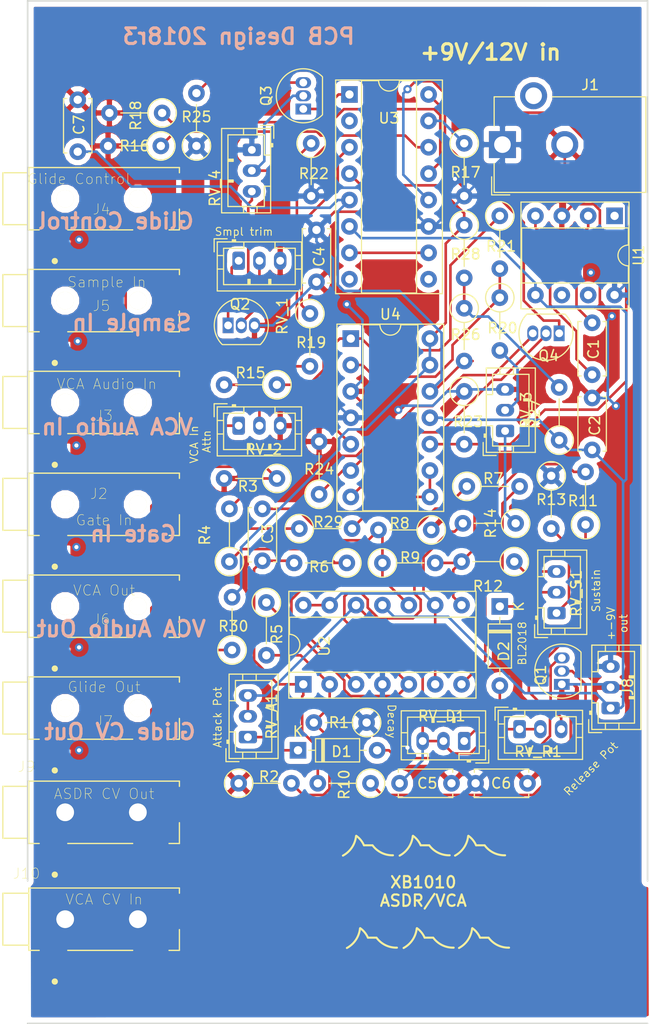
<source format=kicad_pcb>
(kicad_pcb (version 20171130) (host pcbnew "(5.0.1)-rc2")
  (layers (0 F.Cu signal) (31 B.Cu signal) (34 B.Paste user) (35 F.Paste user) (36 B.SilkS user) (37 F.SilkS user) (38 B.Mask user) (39 F.Mask user) (44 Edge.Cuts user))
  (net 0 "")
  (net 1 "Net-(C1-Pad1)")
  (net 2 "Net-(C1-Pad2)")
  (net 3 -9V)
  (net 4 GND)
  (net 5 "Net-(C3-Pad2)")
  (net 6 "Net-(C3-Pad1)")
  (net 7 +9V)
  (net 8 "Net-(C5-Pad1)")
  (net 9 "Net-(C7-Pad2)")
  (net 10 "Net-(D1-Pad1)")
  (net 11 "Net-(D1-Pad2)")
  (net 12 "Net-(D2-Pad2)")
  (net 13 "Net-(D2-Pad1)")
  (net 14 "Net-(Q1-Pad3)")
  (net 15 "Net-(Q1-Pad2)")
  (net 16 "Net-(Q2-Pad1)")
  (net 17 "Net-(Q2-Pad2)")
  (net 18 "Net-(Q3-Pad2)")
  (net 19 "Net-(Q3-Pad3)")
  (net 20 "Net-(Q3-Pad1)")
  (net 21 "Net-(Q4-Pad2)")
  (net 22 "Net-(Q4-Pad3)")
  (net 23 "Net-(Q4-Pad1)")
  (net 24 "Net-(R1-Pad2)")
  (net 25 "Net-(J2-PadT)")
  (net 26 "Net-(R4-Pad1)")
  (net 27 "Net-(R5-Pad1)")
  (net 28 "Net-(R7-Pad2)")
  (net 29 "Net-(R11-Pad2)")
  (net 30 "Net-(R12-Pad1)")
  (net 31 "Net-(R13-Pad2)")
  (net 32 "Net-(R14-Pad1)")
  (net 33 "Net-(R14-Pad2)")
  (net 34 "Net-(R15-Pad1)")
  (net 35 "Net-(R15-Pad2)")
  (net 36 "Net-(R17-Pad1)")
  (net 37 "Net-(R18-Pad1)")
  (net 38 "Net-(R19-Pad1)")
  (net 39 "Net-(J4-PadT)")
  (net 40 "Net-(R20-Pad2)")
  (net 41 "Net-(R20-Pad1)")
  (net 42 "Net-(R21-Pad1)")
  (net 43 "Net-(R23-Pad2)")
  (net 44 "Net-(R26-Pad1)")
  (net 45 "Net-(R28-Pad1)")
  (net 46 "Net-(J6-PadT)")
  (net 47 "Net-(R29-Pad2)")
  (net 48 "Net-(J7-PadT)")
  (net 49 "Net-(J5-PadT)")
  (net 50 "Net-(J3-PadT)")
  (net 51 "Net-(U1-Pad1)")
  (net 52 "Net-(U1-Pad6)")
  (net 53 "Net-(U1-Pad7)")
  (net 54 "Net-(U3-Pad9)")
  (net 55 "Net-(U3-Pad2)")
  (net 56 "Net-(U3-Pad10)")
  (net 57 "Net-(U3-Pad8)")
  (net 58 "Net-(J3-PadTN)")
  (net 59 "Net-(J2-PadTN)")
  (net 60 "Net-(J5-PadTN)")
  (net 61 "Net-(J4-PadTN)")
  (net 62 "Net-(J7-PadTN)")
  (net 63 "Net-(J6-PadTN)")
  (net 64 "Net-(J9-PadT)")
  (net 65 "Net-(J10-PadT)")
  (net 66 "Net-(J10-PadTN)")
  (net 67 "Net-(J9-PadTN)")
  (module SJ2-3592B-SMT-TR:CUI_SJ2-3592B-SMT-TR (layer F.Cu) (at 119.126 156.337)
    (fp_text reference J9 (at -7.47446 -4.39352) (layer F.SilkS) (effects (font (size 1.00194 1.00194) (thickness 0.05))))
    (fp_text value "ASDR CV Out" (at 0 -1.778) (layer F.SilkS) (effects (font (size 1.00016 1.00016) (thickness 0.05))))
    (pad Hole np_thru_hole circle (at 3.25 0) (size 1.7 1.7) (drill 1.7) (layers *.Cu *.Mask F.SilkS))
    (pad Hole np_thru_hole circle (at -3.75 0) (size 1.7 1.7) (drill 1.7) (layers *.Cu *.Mask F.SilkS))
    (pad TN smd rect (at 8.55 -0.75) (size 2.6 2.8) (layers F.Cu F.Paste F.Mask) (net 67 "Net-(J9-PadTN)"))
    (pad T smd rect (at 4.55 3.7) (size 2.8 2.8) (layers F.Cu F.Paste F.Mask) (net 64 "Net-(J9-PadT)"))
    (pad S smd rect (at -4.85 3.7) (size 2.2 2.8) (layers F.Cu F.Paste F.Mask) (net 4 GND))
  )
  (module SJ2-3592B-SMT-TR:CUI_SJ2-3592B-SMT-TR (layer F.Cu) (at 119.126 166.624)
    (fp_text reference J10 (at -7.47446 -4.39352) (layer F.SilkS) (effects (font (size 1.00194 1.00194) (thickness 0.05))))
    (fp_text value "VCA CV In" (at 0 -1.905) (layer F.SilkS) (effects (font (size 1.00016 1.00016) (thickness 0.05))))
    (pad S smd rect (at -4.85 3.7) (size 2.2 2.8) (layers F.Cu F.Paste F.Mask) (net 4 GND))
    (pad T smd rect (at 4.55 3.7) (size 2.8 2.8) (layers F.Cu F.Paste F.Mask) (net 65 "Net-(J10-PadT)"))
    (pad TN smd rect (at 8.55 -0.75) (size 2.6 2.8) (layers F.Cu F.Paste F.Mask) (net 66 "Net-(J10-PadTN)"))
    (pad Hole np_thru_hole circle (at -3.75 0) (size 1.7 1.7) (drill 1.7) (layers *.Cu *.Mask F.SilkS))
    (pad Hole np_thru_hole circle (at 3.25 0) (size 1.7 1.7) (drill 1.7) (layers *.Cu *.Mask F.SilkS))
  )
  (module Capacitor_THT:C_Disc_D5.0mm_W2.5mm_P5.00mm (layer F.Cu) (at 159.893 153.543 180)
    (fp_text reference C6 (at 2.54 0 180) (layer F.SilkS))
    (fp_text value 100nF)
    (pad 2 thru_hole circle (at 5 0 180) (size 1.6 1.6) (drill 0.8) (layers *.Cu *.Mask) (net 7 +9V))
    (pad 1 thru_hole circle (at 0 0 180) (size 1.6 1.6) (drill 0.8) (layers *.Cu *.Mask) (net 4 GND))
  )
  (module Resistor_THT:R_Axial_DIN0207_L6.3mm_D2.5mm_P5.08mm_Vertical (layer F.Cu) (at 124.714 89.027 180)
    (fp_text reference R18 (at 2.54 -0.254 270) (layer F.SilkS))
    (fp_text value 1K)
    (pad 1 thru_hole circle (at 0 0 180) (size 1.6 1.6) (drill 0.8) (layers *.Cu *.Mask) (net 37 "Net-(R18-Pad1)"))
    (pad 2 thru_hole oval (at 5.08 0 180) (size 1.6 1.6) (drill 0.8) (layers *.Cu *.Mask) (net 4 GND))
  )
  (module Connector_JST:JST_PH_B3B-PH-K_1x03_P2.00mm_Vertical (layer F.Cu) (at 132.08 103.251)
    (fp_text reference RV_1 (at 4.191 5.334 90) (layer F.SilkS))
    (fp_text value 100K)
    (pad 1 thru_hole roundrect (at 0 0) (size 1.2 1.75) (drill 0.75) (layers *.Cu *.Mask) (roundrect_rratio 0.208333) (net 49 "Net-(J5-PadT)"))
    (pad 2 thru_hole oval (at 2 0) (size 1.2 1.75) (drill 0.75) (layers *.Cu *.Mask) (net 17 "Net-(Q2-Pad2)"))
    (pad 3 thru_hole oval (at 4 0) (size 1.2 1.75) (drill 0.75) (layers *.Cu *.Mask) (net 4 GND))
  )
  (module Connector_BarrelJack:BarrelJack_CUI_PJ-102AH_Horizontal (layer F.Cu) (at 157.48 92.075 90)
    (fp_text reference J1 (at 5.75 8.45 180) (layer F.SilkS))
    (fp_text value Jack-DC)
    (pad 1 thru_hole rect (at 0 0 90) (size 2.6 2.6) (drill 1.6) (layers *.Cu *.Mask) (net 7 +9V))
    (pad 2 thru_hole circle (at 0 6 90) (size 2.6 2.6) (drill 1.6) (layers *.Cu *.Mask) (net 4 GND))
    (pad 3 thru_hole circle (at 4.7 3 90) (size 2.6 2.6) (drill 1.6) (layers *.Cu *.Mask))
  )
  (module Capacitor_THT:C_Disc_D5.0mm_W2.5mm_P5.00mm (layer F.Cu) (at 166.116 109.22 270)
    (fp_text reference C1 (at 2.54 -0.127 270) (layer F.SilkS))
    (fp_text value 10uF)
    (pad 1 thru_hole circle (at 0 0 270) (size 1.6 1.6) (drill 0.8) (layers *.Cu *.Mask) (net 1 "Net-(C1-Pad1)"))
    (pad 2 thru_hole circle (at 5 0 270) (size 1.6 1.6) (drill 0.8) (layers *.Cu *.Mask) (net 2 "Net-(C1-Pad2)"))
  )
  (module Capacitor_THT:C_Disc_D5.0mm_W2.5mm_P5.00mm (layer F.Cu) (at 166.116 116.459 270)
    (fp_text reference C2 (at 2.667 -0.254 270) (layer F.SilkS))
    (fp_text value 10uF)
    (pad 2 thru_hole circle (at 5 0 270) (size 1.6 1.6) (drill 0.8) (layers *.Cu *.Mask) (net 3 -9V))
    (pad 1 thru_hole circle (at 0 0 270) (size 1.6 1.6) (drill 0.8) (layers *.Cu *.Mask) (net 4 GND))
  )
  (module Capacitor_THT:C_Disc_D5.0mm_W2.5mm_P5.00mm (layer F.Cu) (at 134.366 127.127 270)
    (fp_text reference C3 (at 2.413 -0.508 270) (layer F.SilkS))
    (fp_text value 10nF)
    (pad 1 thru_hole circle (at 0 0 270) (size 1.6 1.6) (drill 0.8) (layers *.Cu *.Mask) (net 6 "Net-(C3-Pad1)"))
    (pad 2 thru_hole circle (at 5 0 270) (size 1.6 1.6) (drill 0.8) (layers *.Cu *.Mask) (net 5 "Net-(C3-Pad2)"))
  )
  (module Capacitor_THT:C_Disc_D5.0mm_W2.5mm_P5.00mm (layer F.Cu) (at 139.573 105.283 90)
    (fp_text reference C4 (at 2.413 0.254 90) (layer F.SilkS))
    (fp_text value 100nF)
    (pad 2 thru_hole circle (at 5 0 90) (size 1.6 1.6) (drill 0.8) (layers *.Cu *.Mask) (net 7 +9V))
    (pad 1 thru_hole circle (at 0 0 90) (size 1.6 1.6) (drill 0.8) (layers *.Cu *.Mask) (net 4 GND))
  )
  (module Capacitor_THT:C_Disc_D5.0mm_W2.5mm_P5.00mm (layer F.Cu) (at 116.586 87.757 270)
    (fp_text reference C7 (at 2.413 -0.127 270) (layer F.SilkS))
    (fp_text value 1uF)
    (pad 1 thru_hole circle (at 0 0 270) (size 1.6 1.6) (drill 0.8) (layers *.Cu *.Mask) (net 4 GND))
    (pad 2 thru_hole circle (at 5 0 270) (size 1.6 1.6) (drill 0.8) (layers *.Cu *.Mask) (net 9 "Net-(C7-Pad2)"))
  )
  (module Capacitor_THT:C_Disc_D5.0mm_W2.5mm_P5.00mm (layer F.Cu) (at 147.574 153.543)
    (fp_text reference C5 (at 2.667 0) (layer F.SilkS))
    (fp_text value 10uF)
    (pad 1 thru_hole circle (at 0 0) (size 1.6 1.6) (drill 0.8) (layers *.Cu *.Mask) (net 8 "Net-(C5-Pad1)"))
    (pad 2 thru_hole circle (at 5 0) (size 1.6 1.6) (drill 0.8) (layers *.Cu *.Mask) (net 4 GND))
  )
  (module Connector_JST:JST_PH_B3B-PH-K_1x03_P2.00mm_Vertical (layer F.Cu) (at 133.35 92.583 270)
    (fp_text reference RV_4 (at 3.683 3.556 270) (layer F.SilkS))
    (fp_text value 100K)
    (pad 1 thru_hole roundrect (at 0 0 270) (size 1.2 1.75) (drill 0.75) (layers *.Cu *.Mask) (roundrect_rratio 0.208333) (net 7 +9V))
    (pad 2 thru_hole oval (at 2 0 270) (size 1.2 1.75) (drill 0.75) (layers *.Cu *.Mask) (net 18 "Net-(Q3-Pad2)"))
    (pad 3 thru_hole oval (at 4 0 270) (size 1.2 1.75) (drill 0.75) (layers *.Cu *.Mask) (net 16 "Net-(Q2-Pad1)"))
  )
  (module Connector_JST:JST_PH_B3B-PH-K_1x03_P2.00mm_Vertical (layer F.Cu) (at 132.969 149.098 90)
    (fp_text reference RV_A1 (at 2 2.286 90) (layer F.SilkS))
    (fp_text value 1M)
    (pad 3 thru_hole oval (at 4 0 90) (size 1.2 1.75) (drill 0.75) (layers *.Cu *.Mask) (net 8 "Net-(C5-Pad1)"))
    (pad 2 thru_hole oval (at 2 0 90) (size 1.2 1.75) (drill 0.75) (layers *.Cu *.Mask) (net 8 "Net-(C5-Pad1)"))
    (pad 1 thru_hole roundrect (at 0 0 90) (size 1.2 1.75) (drill 0.75) (layers *.Cu *.Mask) (roundrect_rratio 0.208333) (net 10 "Net-(D1-Pad1)"))
  )
  (module Connector_JST:JST_PH_B3B-PH-K_1x03_P2.00mm_Vertical (layer F.Cu) (at 157.734 119.634 90)
    (fp_text reference RV_3 (at 2 2.032 90) (layer F.SilkS))
    (fp_text value 100K)
    (pad 1 thru_hole roundrect (at 0 0 90) (size 1.2 1.75) (drill 0.75) (layers *.Cu *.Mask) (roundrect_rratio 0.208333) (net 65 "Net-(J10-PadT)"))
    (pad 2 thru_hole oval (at 2 0 90) (size 1.2 1.75) (drill 0.75) (layers *.Cu *.Mask) (net 40 "Net-(R20-Pad2)"))
    (pad 3 thru_hole oval (at 4 0 90) (size 1.2 1.75) (drill 0.75) (layers *.Cu *.Mask) (net 4 GND))
  )
  (module Connector_JST:JST_PH_B3B-PH-K_1x03_P2.00mm_Vertical (layer F.Cu) (at 132.08 119.126)
    (fp_text reference RV_2 (at 2.413 2.286) (layer F.SilkS))
    (fp_text value 100K)
    (pad 3 thru_hole oval (at 4 0) (size 1.2 1.75) (drill 0.75) (layers *.Cu *.Mask) (net 4 GND))
    (pad 2 thru_hole oval (at 2 0) (size 1.2 1.75) (drill 0.75) (layers *.Cu *.Mask) (net 35 "Net-(R15-Pad2)"))
    (pad 1 thru_hole roundrect (at 0 0) (size 1.2 1.75) (drill 0.75) (layers *.Cu *.Mask) (roundrect_rratio 0.208333) (net 50 "Net-(J3-PadT)"))
  )
  (module Connector_JST:JST_PH_B3B-PH-K_1x03_P2.00mm_Vertical (layer F.Cu) (at 153.797 149.479 180)
    (fp_text reference RV_D1 (at 2.159 2.413 180) (layer F.SilkS))
    (fp_text value 1M)
    (pad 3 thru_hole oval (at 4 0 180) (size 1.2 1.75) (drill 0.75) (layers *.Cu *.Mask) (net 8 "Net-(C5-Pad1)"))
    (pad 2 thru_hole oval (at 2 0 180) (size 1.2 1.75) (drill 0.75) (layers *.Cu *.Mask) (net 8 "Net-(C5-Pad1)"))
    (pad 1 thru_hole roundrect (at 0 0 180) (size 1.2 1.75) (drill 0.75) (layers *.Cu *.Mask) (roundrect_rratio 0.208333) (net 12 "Net-(D2-Pad2)"))
  )
  (module Connector_JST:JST_PH_B3B-PH-K_1x03_P2.00mm_Vertical (layer F.Cu) (at 159.131 148.336)
    (fp_text reference RV_R1 (at 1.778 2.159) (layer F.SilkS))
    (fp_text value 1M)
    (pad 1 thru_hole roundrect (at 0 0) (size 1.2 1.75) (drill 0.75) (layers *.Cu *.Mask) (roundrect_rratio 0.208333) (net 8 "Net-(C5-Pad1)"))
    (pad 2 thru_hole oval (at 2 0) (size 1.2 1.75) (drill 0.75) (layers *.Cu *.Mask) (net 8 "Net-(C5-Pad1)"))
    (pad 3 thru_hole oval (at 4 0) (size 1.2 1.75) (drill 0.75) (layers *.Cu *.Mask) (net 14 "Net-(Q1-Pad3)"))
  )
  (module Connector_JST:JST_PH_B3B-PH-K_1x03_P2.00mm_Vertical (layer F.Cu) (at 167.894 146.304 90)
    (fp_text reference J8 (at 2.032 1.651 90) (layer F.SilkS))
    (fp_text value "Power Out")
    (pad 3 thru_hole oval (at 4 0 90) (size 1.2 1.75) (drill 0.75) (layers *.Cu *.Mask) (net 7 +9V))
    (pad 2 thru_hole oval (at 2 0 90) (size 1.2 1.75) (drill 0.75) (layers *.Cu *.Mask) (net 4 GND))
    (pad 1 thru_hole roundrect (at 0 0 90) (size 1.2 1.75) (drill 0.75) (layers *.Cu *.Mask) (roundrect_rratio 0.208333) (net 3 -9V))
  )
  (module Connector_JST:JST_PH_B3B-PH-K_1x03_P2.00mm_Vertical (layer F.Cu) (at 162.687 137.16 90)
    (fp_text reference RV_S1 (at 1.905 1.905 90) (layer F.SilkS))
    (fp_text value 10K)
    (pad 1 thru_hole roundrect (at 0 0 90) (size 1.2 1.75) (drill 0.75) (layers *.Cu *.Mask) (roundrect_rratio 0.208333) (net 31 "Net-(R13-Pad2)"))
    (pad 2 thru_hole oval (at 2 0 90) (size 1.2 1.75) (drill 0.75) (layers *.Cu *.Mask) (net 13 "Net-(D2-Pad1)"))
    (pad 3 thru_hole oval (at 4 0 90) (size 1.2 1.75) (drill 0.75) (layers *.Cu *.Mask) (net 30 "Net-(R12-Pad1)"))
  )
  (module Diode_THT:D_DO-35_SOD27_P7.62mm_Horizontal (layer F.Cu) (at 137.795 150.368)
    (fp_text reference D1 (at 4.191 0.127) (layer F.SilkS))
    (fp_text value D)
    (fp_text user K (at 0 -1.8) (layer F.SilkS))
    (pad 2 thru_hole oval (at 7.62 0) (size 1.6 1.6) (drill 0.8) (layers *.Cu *.Mask) (net 11 "Net-(D1-Pad2)"))
    (pad 1 thru_hole rect (at 0 0) (size 1.6 1.6) (drill 0.8) (layers *.Cu *.Mask) (net 10 "Net-(D1-Pad1)"))
  )
  (module Diode_THT:D_DO-35_SOD27_P7.62mm_Horizontal (layer F.Cu) (at 157.226 136.525 270)
    (fp_text reference D2 (at 4.318 -0.381 270) (layer F.SilkS))
    (fp_text value D)
    (fp_text user K (at 0 -1.8 270) (layer F.SilkS))
    (pad 1 thru_hole rect (at 0 0 270) (size 1.6 1.6) (drill 0.8) (layers *.Cu *.Mask) (net 13 "Net-(D2-Pad1)"))
    (pad 2 thru_hole oval (at 7.62 0 270) (size 1.6 1.6) (drill 0.8) (layers *.Cu *.Mask) (net 12 "Net-(D2-Pad2)"))
  )
  (module Package_DIP:DIP-14_W7.62mm_Socket (layer F.Cu) (at 138.303 144.018 90)
    (fp_text reference U2 (at 3.683 2.032 90) (layer F.SilkS))
    (fp_text value LM324)
    (pad 14 thru_hole oval (at 7.62 0 90) (size 1.6 1.6) (drill 0.8) (layers *.Cu *.Mask) (net 33 "Net-(R14-Pad2)"))
    (pad 7 thru_hole oval (at 0 15.24 90) (size 1.6 1.6) (drill 0.8) (layers *.Cu *.Mask) (net 28 "Net-(R7-Pad2)"))
    (pad 13 thru_hole oval (at 7.62 2.54 90) (size 1.6 1.6) (drill 0.8) (layers *.Cu *.Mask) (net 33 "Net-(R14-Pad2)"))
    (pad 6 thru_hole oval (at 0 12.7 90) (size 1.6 1.6) (drill 0.8) (layers *.Cu *.Mask) (net 33 "Net-(R14-Pad2)"))
    (pad 12 thru_hole oval (at 7.62 5.08 90) (size 1.6 1.6) (drill 0.8) (layers *.Cu *.Mask) (net 8 "Net-(C5-Pad1)"))
    (pad 5 thru_hole oval (at 0 10.16 90) (size 1.6 1.6) (drill 0.8) (layers *.Cu *.Mask) (net 27 "Net-(R5-Pad1)"))
    (pad 11 thru_hole oval (at 7.62 7.62 90) (size 1.6 1.6) (drill 0.8) (layers *.Cu *.Mask) (net 3 -9V))
    (pad 4 thru_hole oval (at 0 7.62 90) (size 1.6 1.6) (drill 0.8) (layers *.Cu *.Mask) (net 7 +9V))
    (pad 10 thru_hole oval (at 7.62 10.16 90) (size 1.6 1.6) (drill 0.8) (layers *.Cu *.Mask) (net 6 "Net-(C3-Pad1)"))
    (pad 3 thru_hole oval (at 0 5.08 90) (size 1.6 1.6) (drill 0.8) (layers *.Cu *.Mask) (net 26 "Net-(R4-Pad1)"))
    (pad 9 thru_hole oval (at 7.62 12.7 90) (size 1.6 1.6) (drill 0.8) (layers *.Cu *.Mask) (net 33 "Net-(R14-Pad2)"))
    (pad 2 thru_hole oval (at 0 2.54 90) (size 1.6 1.6) (drill 0.8) (layers *.Cu *.Mask) (net 24 "Net-(R1-Pad2)"))
    (pad 8 thru_hole oval (at 7.62 15.24 90) (size 1.6 1.6) (drill 0.8) (layers *.Cu *.Mask) (net 29 "Net-(R11-Pad2)"))
    (pad 1 thru_hole rect (at 0 0 90) (size 1.6 1.6) (drill 0.8) (layers *.Cu *.Mask) (net 5 "Net-(C3-Pad2)"))
  )
  (module Package_DIP:DIP-14_W7.62mm_Socket (layer F.Cu) (at 142.875 110.744)
    (fp_text reference U4 (at 3.81 -2.33) (layer F.SilkS))
    (fp_text value LM324)
    (pad 1 thru_hole rect (at 0 0) (size 1.6 1.6) (drill 0.8) (layers *.Cu *.Mask) (net 42 "Net-(R21-Pad1)"))
    (pad 8 thru_hole oval (at 7.62 15.24) (size 1.6 1.6) (drill 0.8) (layers *.Cu *.Mask) (net 47 "Net-(R29-Pad2)"))
    (pad 2 thru_hole oval (at 0 2.54) (size 1.6 1.6) (drill 0.8) (layers *.Cu *.Mask) (net 41 "Net-(R20-Pad1)"))
    (pad 9 thru_hole oval (at 7.62 12.7) (size 1.6 1.6) (drill 0.8) (layers *.Cu *.Mask) (net 47 "Net-(R29-Pad2)"))
    (pad 3 thru_hole oval (at 0 5.08) (size 1.6 1.6) (drill 0.8) (layers *.Cu *.Mask) (net 4 GND))
    (pad 10 thru_hole oval (at 7.62 10.16) (size 1.6 1.6) (drill 0.8) (layers *.Cu *.Mask) (net 43 "Net-(R23-Pad2)"))
    (pad 4 thru_hole oval (at 0 7.62) (size 1.6 1.6) (drill 0.8) (layers *.Cu *.Mask) (net 7 +9V))
    (pad 11 thru_hole oval (at 7.62 7.62) (size 1.6 1.6) (drill 0.8) (layers *.Cu *.Mask) (net 3 -9V))
    (pad 5 thru_hole oval (at 0 10.16) (size 1.6 1.6) (drill 0.8) (layers *.Cu *.Mask) (net 42 "Net-(R21-Pad1)"))
    (pad 12 thru_hole oval (at 7.62 5.08) (size 1.6 1.6) (drill 0.8) (layers *.Cu *.Mask) (net 9 "Net-(C7-Pad2)"))
    (pad 6 thru_hole oval (at 0 12.7) (size 1.6 1.6) (drill 0.8) (layers *.Cu *.Mask) (net 22 "Net-(Q4-Pad3)"))
    (pad 13 thru_hole oval (at 7.62 2.54) (size 1.6 1.6) (drill 0.8) (layers *.Cu *.Mask) (net 45 "Net-(R28-Pad1)"))
    (pad 7 thru_hole oval (at 0 15.24) (size 1.6 1.6) (drill 0.8) (layers *.Cu *.Mask) (net 21 "Net-(Q4-Pad2)"))
    (pad 14 thru_hole oval (at 7.62 0) (size 1.6 1.6) (drill 0.8) (layers *.Cu *.Mask) (net 45 "Net-(R28-Pad1)"))
  )
  (module Package_DIP:DIP-16_W7.62mm_Socket (layer F.Cu) (at 142.748 87.249)
    (fp_text reference U3 (at 3.81 2.286) (layer F.SilkS))
    (fp_text value LM13700)
    (pad 1 thru_hole rect (at 0 0) (size 1.6 1.6) (drill 0.8) (layers *.Cu *.Mask) (net 20 "Net-(Q3-Pad1)"))
    (pad 9 thru_hole oval (at 7.62 17.78) (size 1.6 1.6) (drill 0.8) (layers *.Cu *.Mask) (net 54 "Net-(U3-Pad9)"))
    (pad 2 thru_hole oval (at 0 2.54) (size 1.6 1.6) (drill 0.8) (layers *.Cu *.Mask) (net 55 "Net-(U3-Pad2)"))
    (pad 10 thru_hole oval (at 7.62 15.24) (size 1.6 1.6) (drill 0.8) (layers *.Cu *.Mask) (net 56 "Net-(U3-Pad10)"))
    (pad 3 thru_hole oval (at 0 5.08) (size 1.6 1.6) (drill 0.8) (layers *.Cu *.Mask) (net 38 "Net-(R19-Pad1)"))
    (pad 11 thru_hole oval (at 7.62 12.7) (size 1.6 1.6) (drill 0.8) (layers *.Cu *.Mask) (net 7 +9V))
    (pad 4 thru_hole oval (at 0 7.62) (size 1.6 1.6) (drill 0.8) (layers *.Cu *.Mask) (net 45 "Net-(R28-Pad1)"))
    (pad 12 thru_hole oval (at 7.62 10.16) (size 1.6 1.6) (drill 0.8) (layers *.Cu *.Mask) (net 43 "Net-(R23-Pad2)"))
    (pad 5 thru_hole oval (at 0 10.16) (size 1.6 1.6) (drill 0.8) (layers *.Cu *.Mask) (net 9 "Net-(C7-Pad2)"))
    (pad 13 thru_hole oval (at 7.62 7.62) (size 1.6 1.6) (drill 0.8) (layers *.Cu *.Mask) (net 37 "Net-(R18-Pad1)"))
    (pad 6 thru_hole oval (at 0 12.7) (size 1.6 1.6) (drill 0.8) (layers *.Cu *.Mask) (net 3 -9V))
    (pad 14 thru_hole oval (at 7.62 5.08) (size 1.6 1.6) (drill 0.8) (layers *.Cu *.Mask) (net 34 "Net-(R15-Pad1)"))
    (pad 7 thru_hole oval (at 0 15.24) (size 1.6 1.6) (drill 0.8) (layers *.Cu *.Mask) (net 56 "Net-(U3-Pad10)"))
    (pad 15 thru_hole oval (at 7.62 2.54) (size 1.6 1.6) (drill 0.8) (layers *.Cu *.Mask) (net 36 "Net-(R17-Pad1)"))
    (pad 8 thru_hole oval (at 0 17.78) (size 1.6 1.6) (drill 0.8) (layers *.Cu *.Mask) (net 57 "Net-(U3-Pad8)"))
    (pad 16 thru_hole oval (at 7.62 0) (size 1.6 1.6) (drill 0.8) (layers *.Cu *.Mask) (net 23 "Net-(Q4-Pad1)"))
  )
  (module Package_DIP:DIP-8_W7.62mm_Socket (layer F.Cu) (at 168.275 98.933 270)
    (fp_text reference U1 (at 3.81 -2.33 270) (layer F.SilkS))
    (fp_text value LTC1044)
    (pad 1 thru_hole rect (at 0 0 270) (size 1.6 1.6) (drill 0.8) (layers *.Cu *.Mask) (net 51 "Net-(U1-Pad1)"))
    (pad 5 thru_hole oval (at 7.62 7.62 270) (size 1.6 1.6) (drill 0.8) (layers *.Cu *.Mask) (net 3 -9V))
    (pad 2 thru_hole oval (at 0 2.54 270) (size 1.6 1.6) (drill 0.8) (layers *.Cu *.Mask) (net 1 "Net-(C1-Pad1)"))
    (pad 6 thru_hole oval (at 7.62 5.08 270) (size 1.6 1.6) (drill 0.8) (layers *.Cu *.Mask) (net 52 "Net-(U1-Pad6)"))
    (pad 3 thru_hole oval (at 0 5.08 270) (size 1.6 1.6) (drill 0.8) (layers *.Cu *.Mask) (net 4 GND))
    (pad 7 thru_hole oval (at 7.62 2.54 270) (size 1.6 1.6) (drill 0.8) (layers *.Cu *.Mask) (net 53 "Net-(U1-Pad7)"))
    (pad 4 thru_hole oval (at 0 7.62 270) (size 1.6 1.6) (drill 0.8) (layers *.Cu *.Mask) (net 2 "Net-(C1-Pad2)"))
    (pad 8 thru_hole oval (at 7.62 0 270) (size 1.6 1.6) (drill 0.8) (layers *.Cu *.Mask) (net 7 +9V))
  )
  (module Package_TO_SOT_THT:TO-92_Inline (layer F.Cu) (at 162.941 110.236 180)
    (fp_text reference Q4 (at 1.016 -2.159 180) (layer F.SilkS))
    (fp_text value BC559)
    (pad 1 thru_hole rect (at 0 0 180) (size 1.05 1.5) (drill 0.75) (layers *.Cu *.Mask) (net 23 "Net-(Q4-Pad1)"))
    (pad 3 thru_hole oval (at 2.54 0 180) (size 1.05 1.5) (drill 0.75) (layers *.Cu *.Mask) (net 22 "Net-(Q4-Pad3)"))
    (pad 2 thru_hole oval (at 1.27 0 180) (size 1.05 1.5) (drill 0.75) (layers *.Cu *.Mask) (net 21 "Net-(Q4-Pad2)"))
  )
  (module Package_TO_SOT_THT:TO-92_Inline (layer F.Cu) (at 138.303 88.646 90)
    (fp_text reference Q3 (at 1.27 -3.56 90) (layer F.SilkS))
    (fp_text value BC559)
    (pad 2 thru_hole oval (at 1.27 0 90) (size 1.05 1.5) (drill 0.75) (layers *.Cu *.Mask) (net 18 "Net-(Q3-Pad2)"))
    (pad 3 thru_hole oval (at 2.54 0 90) (size 1.05 1.5) (drill 0.75) (layers *.Cu *.Mask) (net 19 "Net-(Q3-Pad3)"))
    (pad 1 thru_hole rect (at 0 0 90) (size 1.05 1.5) (drill 0.75) (layers *.Cu *.Mask) (net 20 "Net-(Q3-Pad1)"))
  )
  (module Package_TO_SOT_THT:TO-92_Inline (layer F.Cu) (at 131.064 109.474)
    (fp_text reference Q2 (at 1.143 -2.032) (layer F.SilkS))
    (fp_text value BC548)
    (pad 1 thru_hole rect (at 0 0) (size 1.05 1.5) (drill 0.75) (layers *.Cu *.Mask) (net 16 "Net-(Q2-Pad1)"))
    (pad 3 thru_hole oval (at 2.54 0) (size 1.05 1.5) (drill 0.75) (layers *.Cu *.Mask) (net 4 GND))
    (pad 2 thru_hole oval (at 1.27 0) (size 1.05 1.5) (drill 0.75) (layers *.Cu *.Mask) (net 17 "Net-(Q2-Pad2)"))
  )
  (module Package_TO_SOT_THT:TO-92_Inline (layer F.Cu) (at 163.195 144.018 90)
    (fp_text reference Q1 (at 0.889 -2.032 90) (layer F.SilkS))
    (fp_text value BC559)
    (pad 2 thru_hole oval (at 1.27 0 90) (size 1.05 1.5) (drill 0.75) (layers *.Cu *.Mask) (net 15 "Net-(Q1-Pad2)"))
    (pad 3 thru_hole oval (at 2.54 0 90) (size 1.05 1.5) (drill 0.75) (layers *.Cu *.Mask) (net 14 "Net-(Q1-Pad3)"))
    (pad 1 thru_hole rect (at 0 0 90) (size 1.05 1.5) (drill 0.75) (layers *.Cu *.Mask) (net 4 GND))
  )
  (module Resistor_THT:R_Axial_DIN0207_L6.3mm_D2.5mm_P5.08mm_Vertical (layer F.Cu) (at 135.763 124.206 180)
    (fp_text reference R3 (at 2.794 -0.762 180) (layer F.SilkS))
    (fp_text value 22K)
    (pad 2 thru_hole oval (at 5.08 0 180) (size 1.6 1.6) (drill 0.8) (layers *.Cu *.Mask) (net 4 GND))
    (pad 1 thru_hole circle (at 0 0 180) (size 1.6 1.6) (drill 0.8) (layers *.Cu *.Mask) (net 25 "Net-(J2-PadT)"))
  )
  (module Resistor_THT:R_Axial_DIN0207_L6.3mm_D2.5mm_P5.08mm_Vertical (layer F.Cu) (at 144.399 147.701 180)
    (fp_text reference R1 (at 2.667 0 180) (layer F.SilkS))
    (fp_text value 33K)
    (pad 1 thru_hole circle (at 0 0 180) (size 1.6 1.6) (drill 0.8) (layers *.Cu *.Mask) (net 7 +9V))
    (pad 2 thru_hole oval (at 5.08 0 180) (size 1.6 1.6) (drill 0.8) (layers *.Cu *.Mask) (net 24 "Net-(R1-Pad2)"))
  )
  (module Resistor_THT:R_Axial_DIN0207_L6.3mm_D2.5mm_P5.08mm_Vertical (layer F.Cu) (at 139.827 125.73 90)
    (fp_text reference R24 (at 2.413 0 180) (layer F.SilkS))
    (fp_text value 5K)
    (pad 2 thru_hole oval (at 5.08 0 90) (size 1.6 1.6) (drill 0.8) (layers *.Cu *.Mask) (net 4 GND))
    (pad 1 thru_hole circle (at 0 0 90) (size 1.6 1.6) (drill 0.8) (layers *.Cu *.Mask) (net 22 "Net-(Q4-Pad3)"))
  )
  (module Resistor_THT:R_Axial_DIN0207_L6.3mm_D2.5mm_P5.08mm_Vertical (layer F.Cu) (at 128.016 92.202 90)
    (fp_text reference R25 (at 2.794 0 180) (layer F.SilkS))
    (fp_text value 33K)
    (pad 1 thru_hole circle (at 0 0 90) (size 1.6 1.6) (drill 0.8) (layers *.Cu *.Mask) (net 7 +9V))
    (pad 2 thru_hole oval (at 5.08 0 90) (size 1.6 1.6) (drill 0.8) (layers *.Cu *.Mask) (net 19 "Net-(Q3-Pad3)"))
  )
  (module Resistor_THT:R_Axial_DIN0207_L6.3mm_D2.5mm_P5.08mm_Vertical (layer F.Cu) (at 153.797 107.823 270)
    (fp_text reference R26 (at 2.54 -0.127) (layer F.SilkS))
    (fp_text value 1M)
    (pad 2 thru_hole oval (at 5.08 0 270) (size 1.6 1.6) (drill 0.8) (layers *.Cu *.Mask) (net 9 "Net-(C7-Pad2)"))
    (pad 1 thru_hole circle (at 0 0 270) (size 1.6 1.6) (drill 0.8) (layers *.Cu *.Mask) (net 44 "Net-(R26-Pad1)"))
  )
  (module Resistor_THT:R_Axial_DIN0207_L6.3mm_D2.5mm_P5.08mm_Vertical (layer F.Cu) (at 162.941 120.523 90)
    (fp_text reference R27 (at 2.54 -2.37 90) (layer F.SilkS))
    (fp_text value 1M)
    (pad 1 thru_hole circle (at 0 0 90) (size 1.6 1.6) (drill 0.8) (layers *.Cu *.Mask) (net 3 -9V))
    (pad 2 thru_hole oval (at 5.08 0 90) (size 1.6 1.6) (drill 0.8) (layers *.Cu *.Mask) (net 44 "Net-(R26-Pad1)"))
  )
  (module Resistor_THT:R_Axial_DIN0207_L6.3mm_D2.5mm_P5.08mm_Vertical (layer F.Cu) (at 153.797 99.822 270)
    (fp_text reference R28 (at 2.794 -0.127) (layer F.SilkS))
    (fp_text value 1M)
    (pad 2 thru_hole oval (at 5.08 0 270) (size 1.6 1.6) (drill 0.8) (layers *.Cu *.Mask) (net 44 "Net-(R26-Pad1)"))
    (pad 1 thru_hole circle (at 0 0 270) (size 1.6 1.6) (drill 0.8) (layers *.Cu *.Mask) (net 45 "Net-(R28-Pad1)"))
  )
  (module Resistor_THT:R_Axial_DIN0207_L6.3mm_D2.5mm_P5.08mm_Vertical (layer F.Cu) (at 137.922 129.032)
    (fp_text reference R29 (at 2.794 -0.635) (layer F.SilkS))
    (fp_text value 1K)
    (pad 1 thru_hole circle (at 0 0) (size 1.6 1.6) (drill 0.8) (layers *.Cu *.Mask) (net 46 "Net-(J6-PadT)"))
    (pad 2 thru_hole oval (at 5.08 0) (size 1.6 1.6) (drill 0.8) (layers *.Cu *.Mask) (net 47 "Net-(R29-Pad2)"))
  )
  (module Resistor_THT:R_Axial_DIN0207_L6.3mm_D2.5mm_P5.08mm_Vertical (layer F.Cu) (at 131.445 140.716 90)
    (fp_text reference R30 (at 2.286 0.127 180) (layer F.SilkS))
    (fp_text value 1K)
    (pad 2 thru_hole oval (at 5.08 0 90) (size 1.6 1.6) (drill 0.8) (layers *.Cu *.Mask) (net 45 "Net-(R28-Pad1)"))
    (pad 1 thru_hole circle (at 0 0 90) (size 1.6 1.6) (drill 0.8) (layers *.Cu *.Mask) (net 48 "Net-(J7-PadT)"))
  )
  (module Resistor_THT:R_Axial_DIN0207_L6.3mm_D2.5mm_P5.08mm_Vertical (layer F.Cu) (at 131.191 132.207 90)
    (fp_text reference R4 (at 2.54 -2.37 90) (layer F.SilkS))
    (fp_text value 1K)
    (pad 1 thru_hole circle (at 0 0 90) (size 1.6 1.6) (drill 0.8) (layers *.Cu *.Mask) (net 26 "Net-(R4-Pad1)"))
    (pad 2 thru_hole oval (at 5.08 0 90) (size 1.6 1.6) (drill 0.8) (layers *.Cu *.Mask) (net 25 "Net-(J2-PadT)"))
  )
  (module Resistor_THT:R_Axial_DIN0207_L6.3mm_D2.5mm_P5.08mm_Vertical (layer F.Cu) (at 139.065 91.948 270)
    (fp_text reference R22 (at 2.921 -0.254) (layer F.SilkS))
    (fp_text value 33K)
    (pad 2 thru_hole oval (at 5.08 0 270) (size 1.6 1.6) (drill 0.8) (layers *.Cu *.Mask) (net 7 +9V))
    (pad 1 thru_hole circle (at 0 0 270) (size 1.6 1.6) (drill 0.8) (layers *.Cu *.Mask) (net 18 "Net-(Q3-Pad2)"))
  )
  (module Resistor_THT:R_Axial_DIN0207_L6.3mm_D2.5mm_P5.08mm_Vertical (layer F.Cu) (at 157.226 98.933 270)
    (fp_text reference R21 (at 2.921 -0.127) (layer F.SilkS))
    (fp_text value 33K)
    (pad 1 thru_hole circle (at 0 0 270) (size 1.6 1.6) (drill 0.8) (layers *.Cu *.Mask) (net 42 "Net-(R21-Pad1)"))
    (pad 2 thru_hole oval (at 5.08 0 270) (size 1.6 1.6) (drill 0.8) (layers *.Cu *.Mask) (net 41 "Net-(R20-Pad1)"))
  )
  (module Resistor_THT:R_Axial_DIN0207_L6.3mm_D2.5mm_P5.08mm_Vertical (layer F.Cu) (at 157.226 106.807 270)
    (fp_text reference R20 (at 2.921 -0.254) (layer F.SilkS))
    (fp_text value 33K)
    (pad 2 thru_hole oval (at 5.08 0 270) (size 1.6 1.6) (drill 0.8) (layers *.Cu *.Mask) (net 40 "Net-(R20-Pad2)"))
    (pad 1 thru_hole circle (at 0 0 270) (size 1.6 1.6) (drill 0.8) (layers *.Cu *.Mask) (net 41 "Net-(R20-Pad1)"))
  )
  (module Resistor_THT:R_Axial_DIN0207_L6.3mm_D2.5mm_P5.08mm_Vertical (layer F.Cu) (at 134.747 136.144 270)
    (fp_text reference R5 (at 3.048 -1.016 270) (layer F.SilkS))
    (fp_text value 10K)
    (pad 1 thru_hole circle (at 0 0 270) (size 1.6 1.6) (drill 0.8) (layers *.Cu *.Mask) (net 27 "Net-(R5-Pad1)"))
    (pad 2 thru_hole oval (at 5.08 0 270) (size 1.6 1.6) (drill 0.8) (layers *.Cu *.Mask) (net 24 "Net-(R1-Pad2)"))
  )
  (module Resistor_THT:R_Axial_DIN0207_L6.3mm_D2.5mm_P5.08mm_Vertical (layer F.Cu) (at 153.797 115.824 270)
    (fp_text reference R23 (at 2.921 -0.381) (layer F.SilkS))
    (fp_text value 10K)
    (pad 2 thru_hole oval (at 5.08 0 270) (size 1.6 1.6) (drill 0.8) (layers *.Cu *.Mask) (net 43 "Net-(R23-Pad2)"))
    (pad 1 thru_hole circle (at 0 0 270) (size 1.6 1.6) (drill 0.8) (layers *.Cu *.Mask) (net 4 GND))
  )
  (module Resistor_THT:R_Axial_DIN0207_L6.3mm_D2.5mm_P5.08mm_Vertical (layer F.Cu) (at 153.797 91.948 270)
    (fp_text reference R17 (at 2.794 -0.127) (layer F.SilkS))
    (fp_text value 10K)
    (pad 2 thru_hole oval (at 5.08 0 270) (size 1.6 1.6) (drill 0.8) (layers *.Cu *.Mask) (net 7 +9V))
    (pad 1 thru_hole circle (at 0 0 270) (size 1.6 1.6) (drill 0.8) (layers *.Cu *.Mask) (net 36 "Net-(R17-Pad1)"))
  )
  (module Resistor_THT:R_Axial_DIN0207_L6.3mm_D2.5mm_P5.08mm_Vertical (layer F.Cu) (at 124.587 92.202 180)
    (fp_text reference R16 (at 2.54 0 180) (layer F.SilkS))
    (fp_text value 1K)
    (pad 1 thru_hole circle (at 0 0 180) (size 1.6 1.6) (drill 0.8) (layers *.Cu *.Mask) (net 34 "Net-(R15-Pad1)"))
    (pad 2 thru_hole oval (at 5.08 0 180) (size 1.6 1.6) (drill 0.8) (layers *.Cu *.Mask) (net 4 GND))
  )
  (module Resistor_THT:R_Axial_DIN0207_L6.3mm_D2.5mm_P5.08mm_Vertical (layer F.Cu) (at 135.763 115.189 180)
    (fp_text reference R15 (at 2.54 1.143 180) (layer F.SilkS))
    (fp_text value 10K)
    (pad 2 thru_hole oval (at 5.08 0 180) (size 1.6 1.6) (drill 0.8) (layers *.Cu *.Mask) (net 35 "Net-(R15-Pad2)"))
    (pad 1 thru_hole circle (at 0 0 180) (size 1.6 1.6) (drill 0.8) (layers *.Cu *.Mask) (net 34 "Net-(R15-Pad1)"))
  )
  (module Resistor_THT:R_Axial_DIN0207_L6.3mm_D2.5mm_P5.08mm_Vertical (layer F.Cu) (at 158.75 128.524 180)
    (fp_text reference R14 (at 2.413 0 270) (layer F.SilkS))
    (fp_text value 1K)
    (pad 1 thru_hole circle (at 0 0 180) (size 1.6 1.6) (drill 0.8) (layers *.Cu *.Mask) (net 64 "Net-(J9-PadT)"))
    (pad 2 thru_hole oval (at 5.08 0 180) (size 1.6 1.6) (drill 0.8) (layers *.Cu *.Mask) (net 33 "Net-(R14-Pad2)"))
  )
  (module Resistor_THT:R_Axial_DIN0207_L6.3mm_D2.5mm_P5.08mm_Vertical (layer F.Cu) (at 162.179 123.952 270)
    (fp_text reference R13 (at 2.286 0) (layer F.SilkS))
    (fp_text value 10K)
    (pad 2 thru_hole oval (at 5.08 0 270) (size 1.6 1.6) (drill 0.8) (layers *.Cu *.Mask) (net 31 "Net-(R13-Pad2)"))
    (pad 1 thru_hole circle (at 0 0 270) (size 1.6 1.6) (drill 0.8) (layers *.Cu *.Mask) (net 7 +9V))
  )
  (module Resistor_THT:R_Axial_DIN0207_L6.3mm_D2.5mm_P5.08mm_Vertical (layer F.Cu) (at 158.623 132.207 180)
    (fp_text reference R12 (at 2.54 -2.37 180) (layer F.SilkS))
    (fp_text value 10K)
    (pad 1 thru_hole circle (at 0 0 180) (size 1.6 1.6) (drill 0.8) (layers *.Cu *.Mask) (net 30 "Net-(R12-Pad1)"))
    (pad 2 thru_hole oval (at 5.08 0 180) (size 1.6 1.6) (drill 0.8) (layers *.Cu *.Mask) (net 29 "Net-(R11-Pad2)"))
  )
  (module Resistor_THT:R_Axial_DIN0207_L6.3mm_D2.5mm_P5.08mm_Vertical (layer F.Cu) (at 165.481 128.651 90)
    (fp_text reference R11 (at 2.286 -0.254 180) (layer F.SilkS))
    (fp_text value 1K)
    (pad 2 thru_hole oval (at 5.08 0 90) (size 1.6 1.6) (drill 0.8) (layers *.Cu *.Mask) (net 29 "Net-(R11-Pad2)"))
    (pad 1 thru_hole circle (at 0 0 90) (size 1.6 1.6) (drill 0.8) (layers *.Cu *.Mask) (net 11 "Net-(D1-Pad2)"))
  )
  (module Resistor_THT:R_Axial_DIN0207_L6.3mm_D2.5mm_P5.08mm_Vertical (layer F.Cu) (at 144.78 153.543 180)
    (fp_text reference R10 (at 2.54 -0.127 270) (layer F.SilkS))
    (fp_text value 33K)
    (pad 1 thru_hole circle (at 0 0 180) (size 1.6 1.6) (drill 0.8) (layers *.Cu *.Mask) (net 15 "Net-(Q1-Pad2)"))
    (pad 2 thru_hole oval (at 5.08 0 180) (size 1.6 1.6) (drill 0.8) (layers *.Cu *.Mask) (net 5 "Net-(C3-Pad2)"))
  )
  (module Resistor_THT:R_Axial_DIN0207_L6.3mm_D2.5mm_P5.08mm_Vertical (layer F.Cu) (at 145.923 132.334)
    (fp_text reference R9 (at 2.667 -0.508) (layer F.SilkS))
    (fp_text value 1M)
    (pad 2 thru_hole oval (at 5.08 0) (size 1.6 1.6) (drill 0.8) (layers *.Cu *.Mask) (net 29 "Net-(R11-Pad2)"))
    (pad 1 thru_hole circle (at 0 0) (size 1.6 1.6) (drill 0.8) (layers *.Cu *.Mask) (net 6 "Net-(C3-Pad1)"))
  )
  (module Resistor_THT:R_Axial_DIN0207_L6.3mm_D2.5mm_P5.08mm_Vertical (layer F.Cu) (at 154.051 124.968)
    (fp_text reference R7 (at 2.54 -0.762) (layer F.SilkS))
    (fp_text value 1M)
    (pad 1 thru_hole circle (at 0 0) (size 1.6 1.6) (drill 0.8) (layers *.Cu *.Mask) (net 27 "Net-(R5-Pad1)"))
    (pad 2 thru_hole oval (at 5.08 0) (size 1.6 1.6) (drill 0.8) (layers *.Cu *.Mask) (net 28 "Net-(R7-Pad2)"))
  )
  (module Resistor_THT:R_Axial_DIN0207_L6.3mm_D2.5mm_P5.08mm_Vertical (layer F.Cu) (at 132.08 153.543)
    (fp_text reference R2 (at 2.921 -0.635) (layer F.SilkS))
    (fp_text value 1K)
    (pad 2 thru_hole oval (at 5.08 0) (size 1.6 1.6) (drill 0.8) (layers *.Cu *.Mask) (net 24 "Net-(R1-Pad2)"))
    (pad 1 thru_hole circle (at 0 0) (size 1.6 1.6) (drill 0.8) (layers *.Cu *.Mask) (net 4 GND))
  )
  (module Resistor_THT:R_Axial_DIN0207_L6.3mm_D2.5mm_P5.08mm_Vertical (layer F.Cu) (at 142.494 132.334 180)
    (fp_text reference R6 (at 2.667 -0.381 180) (layer F.SilkS))
    (fp_text value 1M)
    (pad 1 thru_hole circle (at 0 0 180) (size 1.6 1.6) (drill 0.8) (layers *.Cu *.Mask) (net 26 "Net-(R4-Pad1)"))
    (pad 2 thru_hole oval (at 5.08 0 180) (size 1.6 1.6) (drill 0.8) (layers *.Cu *.Mask) (net 5 "Net-(C3-Pad2)"))
  )
  (module Resistor_THT:R_Axial_DIN0207_L6.3mm_D2.5mm_P5.08mm_Vertical (layer F.Cu) (at 138.938 108.331 270)
    (fp_text reference R19 (at 2.794 -0.127) (layer F.SilkS))
    (fp_text value 100K)
    (pad 2 thru_hole oval (at 5.08 0 270) (size 1.6 1.6) (drill 0.8) (layers *.Cu *.Mask) (net 39 "Net-(J4-PadT)"))
    (pad 1 thru_hole circle (at 0 0 270) (size 1.6 1.6) (drill 0.8) (layers *.Cu *.Mask) (net 38 "Net-(R19-Pad1)"))
  )
  (module Resistor_THT:R_Axial_DIN0207_L6.3mm_D2.5mm_P5.08mm_Vertical (layer F.Cu) (at 150.622 129.159 180)
    (fp_text reference R8 (at 3.048 0.635 180) (layer F.SilkS))
    (fp_text value 1M)
    (pad 1 thru_hole circle (at 0 0 180) (size 1.6 1.6) (drill 0.8) (layers *.Cu *.Mask) (net 4 GND))
    (pad 2 thru_hole oval (at 5.08 0 180) (size 1.6 1.6) (drill 0.8) (layers *.Cu *.Mask) (net 6 "Net-(C3-Pad1)"))
  )
  (module SJ2-3592B-SMT-TR:CUI_SJ2-3592B-SMT-TR (layer F.Cu) (at 119.126 136.4996)
    (fp_text reference J6 (at -0.254 1.27) (layer F.SilkS) (effects (font (size 1.00194 1.00194) (thickness 0.05))))
    (fp_text value "VCA Out" (at 0 -1.524) (layer F.SilkS) (effects (font (size 1.00016 1.00016) (thickness 0.05))))
    (pad Hole np_thru_hole circle (at 3.25 0) (size 1.7 1.7) (drill 1.7) (layers *.Cu *.Mask F.SilkS))
    (pad Hole np_thru_hole circle (at -3.75 0) (size 1.7 1.7) (drill 1.7) (layers *.Cu *.Mask F.SilkS))
    (pad TN smd rect (at 8.55 -0.75) (size 2.2 2.8) (layers F.Cu F.Paste F.Mask) (net 63 "Net-(J6-PadTN)"))
    (pad T smd rect (at 4.55 3.7) (size 2.2 2.8) (layers F.Cu F.Paste F.Mask) (net 46 "Net-(J6-PadT)"))
    (pad S smd rect (at -4.85 3.7) (size 2.2 2.8) (layers F.Cu F.Paste F.Mask) (net 4 GND))
  )
  (module SJ2-3592B-SMT-TR:CUI_SJ2-3592B-SMT-TR (layer F.Cu) (at 119.126 146.304)
    (fp_text reference J7 (at 0 1.27) (layer F.SilkS) (effects (font (size 1.00194 1.00194) (thickness 0.05))))
    (fp_text value "Glide Out" (at 0 -2.032) (layer F.SilkS) (effects (font (size 1.00016 1.00016) (thickness 0.05))))
    (pad S smd rect (at -4.85 3.7) (size 2.2 2.8) (layers F.Cu F.Paste F.Mask) (net 4 GND))
    (pad T smd rect (at 4.55 3.7) (size 2.2 2.8) (layers F.Cu F.Paste F.Mask) (net 48 "Net-(J7-PadT)"))
    (pad TN smd rect (at 8.55 -0.75) (size 2.2 2.8) (layers F.Cu F.Paste F.Mask) (net 62 "Net-(J7-PadTN)"))
    (pad Hole np_thru_hole circle (at -3.75 0) (size 1.7 1.7) (drill 1.7) (layers *.Cu *.Mask F.SilkS))
    (pad Hole np_thru_hole circle (at 3.25 0) (size 1.7 1.7) (drill 1.7) (layers *.Cu *.Mask F.SilkS))
  )
  (module SJ2-3592B-SMT-TR:CUI_SJ2-3592B-SMT-TR (layer F.Cu) (at 119.126 97.282)
    (fp_text reference J4 (at -0.254 1.016) (layer F.SilkS) (effects (font (size 1.00194 1.00194) (thickness 0.05))))
    (fp_text value "Glide Control" (at -2.413 -1.905) (layer F.SilkS) (effects (font (size 1.00016 1.00016) (thickness 0.05))))
    (pad Hole np_thru_hole circle (at 3.25 0) (size 1.7 1.7) (drill 1.7) (layers *.Cu *.Mask F.SilkS))
    (pad Hole np_thru_hole circle (at -3.75 0) (size 1.7 1.7) (drill 1.7) (layers *.Cu *.Mask F.SilkS))
    (pad TN smd rect (at 8.55 -0.75) (size 2.2 2.8) (layers F.Cu F.Paste F.Mask) (net 61 "Net-(J4-PadTN)"))
    (pad T smd rect (at 4.55 3.7) (size 2.2 2.8) (layers F.Cu F.Paste F.Mask) (net 39 "Net-(J4-PadT)"))
    (pad S smd rect (at -4.85 3.7) (size 2.2 2.8) (layers F.Cu F.Paste F.Mask) (net 4 GND))
  )
  (module SJ2-3592B-SMT-TR:CUI_SJ2-3592B-SMT-TR (layer F.Cu) (at 119.126 107.0864)
    (fp_text reference J5 (at -0.254 0.508) (layer F.SilkS) (effects (font (size 1.00194 1.00194) (thickness 0.05))))
    (fp_text value "Sample In" (at 0.254 -1.778) (layer F.SilkS) (effects (font (size 1.00016 1.00016) (thickness 0.05))))
    (pad S smd rect (at -4.85 3.7) (size 2.2 2.8) (layers F.Cu F.Paste F.Mask) (net 4 GND))
    (pad T smd rect (at 4.55 3.7) (size 2.2 2.8) (layers F.Cu F.Paste F.Mask) (net 49 "Net-(J5-PadT)"))
    (pad TN smd rect (at 8.55 -0.75) (size 2.2 2.8) (layers F.Cu F.Paste F.Mask) (net 60 "Net-(J5-PadTN)"))
    (pad Hole np_thru_hole circle (at -3.75 0) (size 1.7 1.7) (drill 1.7) (layers *.Cu *.Mask F.SilkS))
    (pad Hole np_thru_hole circle (at 3.25 0) (size 1.7 1.7) (drill 1.7) (layers *.Cu *.Mask F.SilkS))
  )
  (module SJ2-3592B-SMT-TR:CUI_SJ2-3592B-SMT-TR (layer F.Cu) (at 119.126 116.8908)
    (fp_text reference J3 (at 0 1.27) (layer F.SilkS) (effects (font (size 1.00194 1.00194) (thickness 0.05))))
    (fp_text value "VCA Audio In" (at 0.254 -1.778) (layer F.SilkS) (effects (font (size 1.00016 1.00016) (thickness 0.05))))
    (pad Hole np_thru_hole circle (at 3.25 0) (size 1.7 1.7) (drill 1.7) (layers *.Cu *.Mask F.SilkS))
    (pad Hole np_thru_hole circle (at -3.75 0) (size 1.7 1.7) (drill 1.7) (layers *.Cu *.Mask F.SilkS))
    (pad TN smd rect (at 8.55 -0.75) (size 2.2 2.8) (layers F.Cu F.Paste F.Mask) (net 58 "Net-(J3-PadTN)"))
    (pad T smd rect (at 4.55 3.7) (size 2.2 2.8) (layers F.Cu F.Paste F.Mask) (net 50 "Net-(J3-PadT)"))
    (pad S smd rect (at -4.85 3.7) (size 2.2 2.8) (layers F.Cu F.Paste F.Mask) (net 4 GND))
  )
  (module SJ2-3592B-SMT-TR:CUI_SJ2-3592B-SMT-TR (layer F.Cu) (at 119.126 126.6952)
    (fp_text reference J2 (at -0.508 -1.016) (layer F.SilkS) (effects (font (size 1.00194 1.00194) (thickness 0.05))))
    (fp_text value "Gate In" (at 0 1.524) (layer F.SilkS) (effects (font (size 1.00016 1.00016) (thickness 0.05))))
    (pad S smd rect (at -4.85 3.7) (size 2.2 2.8) (layers F.Cu F.Paste F.Mask) (net 4 GND))
    (pad T smd rect (at 4.55 3.7) (size 2.2 2.8) (layers F.Cu F.Paste F.Mask) (net 25 "Net-(J2-PadT)"))
    (pad TN smd rect (at 8.55 -0.75) (size 2.2 2.8) (layers F.Cu F.Paste F.Mask) (net 59 "Net-(J2-PadTN)"))
    (pad Hole np_thru_hole circle (at -3.75 0) (size 1.7 1.7) (drill 1.7) (layers *.Cu *.Mask F.SilkS))
    (pad Hole np_thru_hole circle (at 3.25 0) (size 1.7 1.7) (drill 1.7) (layers *.Cu *.Mask F.SilkS))
  )
  (gr_text "Smpl trim" (at 132.588 100.457) (layer F.SilkS) (effects (font (size 0.75 0.75) (thickness 0.1))))
  (gr_text "VCA In \nAttn" (at 128.397 120.65 90) (layer F.SilkS) (effects (font (size 0.75 0.75) (thickness 0.1))))
  (gr_text Sustain (at 166.497 135.001 90) (layer F.SilkS) (effects (font (size 0.75 0.75) (thickness 0.1))))
  (gr_text "+-9V\nout" (at 168.529 138.176 90) (layer F.SilkS) (effects (font (size 0.75 0.75) (thickness 0.1))))
  (gr_text Decay (at 146.812 147.574 270) (layer F.SilkS) (effects (font (size 0.75 0.75) (thickness 0.1))))
  (gr_text "Release Pot" (at 165.989 152.146 45) (layer F.SilkS) (effects (font (size 0.75 0.75) (thickness 0.1))))
  (gr_text "Attack Pot" (at 130.048 147.193 90) (layer F.SilkS) (effects (font (size 0.75 0.75) (thickness 0.1))))
  (gr_text "Gate In" (at 121.92 129.54) (layer B.SilkS) (effects (font (size 1.5 1.5) (thickness 0.3)) (justify mirror)))
  (gr_text "Glide CV Out" (at 120.65 148.59) (layer B.SilkS) (effects (font (size 1.5 1.5) (thickness 0.3)) (justify mirror)))
  (gr_text "VCA Audio Out" (at 120.777 138.684) (layer B.SilkS) (effects (font (size 1.5 1.5) (thickness 0.3)) (justify mirror)))
  (gr_text "VCA Audio In" (at 120.396 119.253) (layer B.SilkS) (effects (font (size 1.5 1.5) (thickness 0.3)) (justify mirror)))
  (gr_text "Sample In" (at 121.793 109.22) (layer B.SilkS) (effects (font (size 1.5 1.5) (thickness 0.3)) (justify mirror)))
  (gr_text "Glide Control" (at 120.269 99.441) (layer B.SilkS) (effects (font (size 1.5 1.5) (thickness 0.3)) (justify mirror)))
  (gr_text "+9V/12V in" (at 156.337 83.185) (layer F.SilkS) (effects (font (size 1.5 1.5) (thickness 0.3))))
  (gr_text "PCB Design 2018r3" (at 132.08 81.661) (layer B.SilkS) (effects (font (size 1.5 1.5) (thickness 0.3)) (justify mirror)))
  (gr_arc (start 152.908 160.401) (end 154.94 159.512) (angle -30.83294147) (layer F.SilkS) (width 0.2))
  (gr_line (start 149.606 159.512) (end 150.368 159.512) (layer F.SilkS) (width 0.2))
  (gr_line (start 154.94 159.512) (end 155.702 159.512) (layer F.SilkS) (width 0.2))
  (gr_line (start 144.145 159.512) (end 144.907 159.512) (layer F.SilkS) (width 0.2))
  (gr_arc (start 152.334359 158.111258) (end 150.429359 159.508258) (angle -55.30198735) (layer F.SilkS) (width 0.2))
  (gr_arc (start 146.873359 158.111258) (end 144.968359 159.508258) (angle -55.30198735) (layer F.SilkS) (width 0.2))
  (gr_arc (start 147.574 160.401) (end 149.606 159.512) (angle -30.83294147) (layer F.SilkS) (width 0.2))
  (gr_arc (start 157.668359 158.111258) (end 155.763359 159.508258) (angle -55.30198735) (layer F.SilkS) (width 0.2))
  (gr_arc (start 142.113 160.401) (end 144.145 159.512) (angle -30.83294147) (layer F.SilkS) (width 0.2))
  (gr_arc (start 140.97 158.369) (end 143.383 158.623) (angle 55.7) (layer F.SilkS) (width 0.2))
  (gr_arc (start 146.431 158.369) (end 148.844 158.623) (angle 55.7) (layer F.SilkS) (width 0.2))
  (gr_arc (start 151.765 158.369) (end 154.178 158.623) (angle 55.7) (layer F.SilkS) (width 0.2))
  (gr_line (start 111.76 78.232) (end 111.76 162.941) (layer Edge.Cuts) (width 0.15))
  (gr_line (start 171.45 78.232) (end 111.76 78.232) (layer Edge.Cuts) (width 0.15))
  (gr_line (start 171.45 162.941) (end 171.45 78.232) (layer Edge.Cuts) (width 0.15))
  (gr_line (start 111.76 176.657) (end 171.45 176.657) (layer Edge.Cuts) (width 0.15))
  (gr_text BL2018 (at 159.385 140.081 90) (layer F.SilkS) (effects (font (size 0.75 0.75) (thickness 0.1))))
  (gr_arc (start 141.351 167.259) (end 143.764 167.513) (angle 55.7) (layer F.SilkS) (width 0.2))
  (gr_arc (start 147.254359 167.001258) (end 145.349359 168.398258) (angle -55.30198735) (layer F.SilkS) (width 0.2))
  (gr_arc (start 142.494 169.291) (end 144.526 168.402) (angle -30.83294147) (layer F.SilkS) (width 0.2))
  (gr_line (start 144.526 168.402) (end 145.288 168.402) (layer F.SilkS) (width 0.2))
  (gr_arc (start 147.955 169.291) (end 149.987 168.402) (angle -30.83294147) (layer F.SilkS) (width 0.2))
  (gr_arc (start 146.812 167.259) (end 149.225 167.513) (angle 55.7) (layer F.SilkS) (width 0.2))
  (gr_line (start 149.987 168.402) (end 150.749 168.402) (layer F.SilkS) (width 0.2))
  (gr_arc (start 152.715359 167.001258) (end 150.810359 168.398258) (angle -55.30198735) (layer F.SilkS) (width 0.2))
  (gr_arc (start 158.049359 167.001258) (end 156.144359 168.398258) (angle -55.30198735) (layer F.SilkS) (width 0.2))
  (gr_line (start 155.321 168.402) (end 156.083 168.402) (layer F.SilkS) (width 0.2))
  (gr_arc (start 153.289 169.291) (end 155.321 168.402) (angle -30.83294147) (layer F.SilkS) (width 0.2))
  (gr_arc (start 152.146 167.259) (end 154.559 167.513) (angle 55.7) (layer F.SilkS) (width 0.2))
  (gr_text "XB1010\nASDR/VCA" (at 149.86 163.957) (layer F.SilkS) (effects (font (size 1.1 1.1) (thickness 0.2))))
  (segment (start 165.316001 108.420001) (end 166.116 109.22) (width 0.25) (layer F.Cu) (net 1))
  (segment (start 164.609999 107.713999) (end 165.316001 108.420001) (width 0.25) (layer F.Cu) (net 1))
  (segment (start 164.609999 101.189371) (end 164.609999 107.713999) (width 0.25) (layer F.Cu) (net 1))
  (segment (start 165.735 100.06437) (end 164.609999 101.189371) (width 0.25) (layer F.Cu) (net 1))
  (segment (start 165.735 98.933) (end 165.735 100.06437) (width 0.25) (layer F.Cu) (net 1))
  (segment (start 165.316001 113.420001) (end 166.116 114.22) (width 0.25) (layer F.Cu) (net 2))
  (segment (start 164.609999 112.713999) (end 165.316001 113.420001) (width 0.25) (layer F.Cu) (net 2))
  (segment (start 164.609999 110.044997) (end 164.609999 112.713999) (width 0.25) (layer F.Cu) (net 2))
  (segment (start 162.069999 107.504997) (end 164.609999 110.044997) (width 0.25) (layer F.Cu) (net 2))
  (segment (start 162.069999 101.479369) (end 162.069999 107.504997) (width 0.25) (layer F.Cu) (net 2))
  (segment (start 160.655 100.06437) (end 162.069999 101.479369) (width 0.25) (layer F.Cu) (net 2))
  (segment (start 160.655 98.933) (end 160.655 100.06437) (width 0.25) (layer F.Cu) (net 2))
  (segment (start 146.722999 137.197999) (end 145.923 136.398) (width 0.25) (layer B.Cu) (net 3))
  (segment (start 147.048001 137.523001) (end 146.722999 137.197999) (width 0.25) (layer B.Cu) (net 3))
  (segment (start 152.269003 137.523001) (end 147.048001 137.523001) (width 0.25) (layer B.Cu) (net 3))
  (segment (start 159.614003 144.868001) (end 152.269003 137.523001) (width 0.25) (layer B.Cu) (net 3))
  (segment (start 166.458001 144.868001) (end 159.614003 144.868001) (width 0.25) (layer B.Cu) (net 3))
  (segment (start 167.894 146.304) (end 166.458001 144.868001) (width 0.25) (layer B.Cu) (net 3))
  (segment (start 166.915999 122.258999) (end 166.116 121.459) (width 0.25) (layer B.Cu) (net 3))
  (segment (start 169.09401 124.43701) (end 166.915999 122.258999) (width 0.25) (layer B.Cu) (net 3))
  (segment (start 168.869 146.304) (end 169.09401 146.07899) (width 0.25) (layer B.Cu) (net 3))
  (segment (start 167.894 146.304) (end 168.869 146.304) (width 0.25) (layer B.Cu) (net 3))
  (segment (start 163.877 121.459) (end 162.941 120.523) (width 0.25) (layer B.Cu) (net 3))
  (segment (start 166.116 121.459) (end 163.877 121.459) (width 0.25) (layer B.Cu) (net 3))
  (segment (start 151.62637 118.364) (end 150.495 118.364) (width 0.25) (layer B.Cu) (net 3))
  (segment (start 151.82138 118.55901) (end 151.62637 118.364) (width 0.25) (layer B.Cu) (net 3))
  (segment (start 160.97701 118.55901) (end 151.82138 118.55901) (width 0.25) (layer B.Cu) (net 3))
  (segment (start 162.941 120.523) (end 160.97701 118.55901) (width 0.25) (layer B.Cu) (net 3))
  (segment (start 169.09401 124.587) (end 169.09401 124.43701) (width 0.25) (layer B.Cu) (net 3))
  (segment (start 169.400001 124.281009) (end 169.09401 124.587) (width 0.25) (layer B.Cu) (net 3))
  (segment (start 169.09401 146.07899) (end 169.09401 124.587) (width 0.25) (layer B.Cu) (net 3))
  (segment (start 143.547999 100.748999) (end 142.748 99.949) (width 0.25) (layer B.Cu) (net 3))
  (segment (start 143.873001 101.074001) (end 143.547999 100.748999) (width 0.25) (layer B.Cu) (net 3))
  (segment (start 156.307371 101.074001) (end 143.873001 101.074001) (width 0.25) (layer B.Cu) (net 3))
  (segment (start 160.655 105.42163) (end 156.307371 101.074001) (width 0.25) (layer B.Cu) (net 3))
  (segment (start 160.655 106.553) (end 160.655 105.42163) (width 0.25) (layer B.Cu) (net 3))
  (segment (start 169.400001 108.263001) (end 169.400001 108.458) (width 0.25) (layer B.Cu) (net 3))
  (segment (start 168.815001 107.678001) (end 169.400001 108.263001) (width 0.25) (layer B.Cu) (net 3))
  (segment (start 161.780001 107.678001) (end 168.815001 107.678001) (width 0.25) (layer B.Cu) (net 3))
  (segment (start 160.655 106.553) (end 161.780001 107.678001) (width 0.25) (layer B.Cu) (net 3))
  (segment (start 169.400001 108.458) (end 169.400001 124.281009) (width 0.25) (layer B.Cu) (net 3))
  (segment (start 114.276 120.2908) (end 114.276 120.5908) (width 0.508) (layer F.Cu) (net 4))
  (via (at 116.586 110.998) (size 0.8) (drill 0.4) (layers F.Cu B.Cu) (net 4))
  (via (at 116.713 101.219) (size 0.8) (drill 0.4) (layers F.Cu B.Cu) (net 4))
  (via (at 116.459 121.031) (size 0.8) (drill 0.4) (layers F.Cu B.Cu) (net 4))
  (via (at 116.459 130.81) (size 0.8) (drill 0.4) (layers F.Cu B.Cu) (net 4))
  (via (at 116.713 140.462) (size 0.8) (drill 0.4) (layers F.Cu B.Cu) (net 4))
  (via (at 116.713 150.368) (size 0.8) (drill 0.4) (layers F.Cu B.Cu) (net 4))
  (segment (start 116.349 150.004) (end 116.713 150.368) (width 0.25) (layer F.Cu) (net 4))
  (segment (start 114.276 150.004) (end 116.349 150.004) (width 0.25) (layer F.Cu) (net 4))
  (segment (start 116.4506 140.1996) (end 116.713 140.462) (width 0.25) (layer F.Cu) (net 4))
  (segment (start 114.276 140.1996) (end 116.4506 140.1996) (width 0.25) (layer F.Cu) (net 4))
  (segment (start 116.0442 130.3952) (end 116.459 130.81) (width 0.25) (layer F.Cu) (net 4))
  (segment (start 114.276 130.3952) (end 116.0442 130.3952) (width 0.25) (layer F.Cu) (net 4))
  (segment (start 116.0188 120.5908) (end 116.459 121.031) (width 0.25) (layer F.Cu) (net 4))
  (segment (start 114.276 120.5908) (end 116.0188 120.5908) (width 0.25) (layer F.Cu) (net 4))
  (segment (start 116.476 100.982) (end 116.713 101.219) (width 0.25) (layer F.Cu) (net 4))
  (segment (start 114.276 100.982) (end 116.476 100.982) (width 0.25) (layer F.Cu) (net 4))
  (segment (start 116.3744 110.7864) (end 116.586 110.998) (width 0.25) (layer F.Cu) (net 4))
  (segment (start 114.276 110.7864) (end 116.3744 110.7864) (width 0.25) (layer F.Cu) (net 4))
  (segment (start 135.382 109.474) (end 139.573 105.283) (width 0.25) (layer B.Cu) (net 4))
  (segment (start 133.604 109.474) (end 135.382 109.474) (width 0.25) (layer B.Cu) (net 4))
  (via (at 168.021 108.585) (size 0.8) (drill 0.4) (layers F.Cu B.Cu) (net 4))
  (via (at 142.494 107.442) (size 0.8) (drill 0.4) (layers F.Cu B.Cu) (net 4))
  (segment (start 141.732 107.442) (end 142.494 107.442) (width 0.25) (layer F.Cu) (net 4))
  (segment (start 139.573 105.283) (end 141.732 107.442) (width 0.25) (layer F.Cu) (net 4))
  (segment (start 153.987 115.634) (end 153.797 115.824) (width 0.25) (layer B.Cu) (net 4))
  (segment (start 157.734 115.634) (end 153.987 115.634) (width 0.25) (layer B.Cu) (net 4))
  (via (at 147.447 117.602) (size 0.8) (drill 0.4) (layers F.Cu B.Cu) (net 4))
  (segment (start 147.846999 117.202001) (end 147.447 117.602) (width 0.25) (layer B.Cu) (net 4))
  (segment (start 150.782001 117.202001) (end 147.846999 117.202001) (width 0.25) (layer B.Cu) (net 4))
  (segment (start 152.160002 115.824) (end 150.782001 117.202001) (width 0.25) (layer B.Cu) (net 4))
  (segment (start 153.797 115.824) (end 152.160002 115.824) (width 0.25) (layer B.Cu) (net 4))
  (segment (start 144.653 117.602) (end 142.875 115.824) (width 0.25) (layer F.Cu) (net 4))
  (segment (start 147.447 117.602) (end 144.653 117.602) (width 0.25) (layer F.Cu) (net 4))
  (segment (start 142.893999 107.841999) (end 142.494 107.442) (width 0.25) (layer B.Cu) (net 4))
  (segment (start 144.000001 108.948001) (end 142.893999 107.841999) (width 0.25) (layer B.Cu) (net 4))
  (segment (start 144.000001 114.698999) (end 144.000001 108.948001) (width 0.25) (layer B.Cu) (net 4))
  (segment (start 142.875 115.824) (end 144.000001 114.698999) (width 0.25) (layer B.Cu) (net 4))
  (segment (start 147.047001 118.001999) (end 147.447 117.602) (width 0.25) (layer F.Cu) (net 4))
  (segment (start 147.047001 118.397001) (end 147.047001 118.001999) (width 0.25) (layer F.Cu) (net 4))
  (segment (start 143.415001 122.029001) (end 147.047001 118.397001) (width 0.25) (layer F.Cu) (net 4))
  (segment (start 140.074631 122.029001) (end 143.415001 122.029001) (width 0.25) (layer F.Cu) (net 4))
  (segment (start 139.827 121.78137) (end 140.074631 122.029001) (width 0.25) (layer F.Cu) (net 4))
  (segment (start 139.827 120.65) (end 139.827 121.78137) (width 0.25) (layer F.Cu) (net 4))
  (via (at 168.402 117.221) (size 0.8) (drill 0.4) (layers F.Cu B.Cu) (net 4))
  (segment (start 167.64 116.459) (end 168.402 117.221) (width 0.25) (layer B.Cu) (net 4))
  (segment (start 166.116 116.459) (end 167.64 116.459) (width 0.25) (layer B.Cu) (net 4))
  (segment (start 167.608 144.018) (end 167.894 144.304) (width 0.25) (layer B.Cu) (net 4))
  (segment (start 163.195 144.018) (end 167.608 144.018) (width 0.25) (layer B.Cu) (net 4))
  (segment (start 163.48 98.648) (end 163.195 98.933) (width 0.25) (layer F.Cu) (net 4))
  (segment (start 163.48 92.075) (end 163.48 98.648) (width 0.25) (layer F.Cu) (net 4))
  (segment (start 168.002001 116.821001) (end 168.402 117.221) (width 0.25) (layer B.Cu) (net 4))
  (segment (start 167.621001 116.440001) (end 168.002001 116.821001) (width 0.25) (layer B.Cu) (net 4))
  (segment (start 167.621001 108.984999) (end 167.621001 116.440001) (width 0.25) (layer B.Cu) (net 4))
  (segment (start 168.021 108.585) (end 167.621001 108.984999) (width 0.25) (layer B.Cu) (net 4))
  (via (at 165.989 104.394) (size 0.8) (drill 0.4) (layers F.Cu B.Cu) (net 4))
  (segment (start 167.621001 108.185001) (end 168.021 108.585) (width 0.25) (layer F.Cu) (net 4))
  (segment (start 166.860001 107.424001) (end 167.621001 108.185001) (width 0.25) (layer F.Cu) (net 4))
  (segment (start 166.860001 105.265001) (end 166.860001 107.424001) (width 0.25) (layer F.Cu) (net 4))
  (segment (start 165.989 104.394) (end 166.860001 105.265001) (width 0.25) (layer F.Cu) (net 4))
  (segment (start 166.388999 103.994001) (end 165.989 104.394) (width 0.25) (layer F.Cu) (net 4))
  (segment (start 166.860001 103.522999) (end 166.388999 103.994001) (width 0.25) (layer F.Cu) (net 4))
  (segment (start 166.860001 98.392999) (end 166.860001 103.522999) (width 0.25) (layer F.Cu) (net 4))
  (segment (start 166.275001 97.807999) (end 166.860001 98.392999) (width 0.25) (layer F.Cu) (net 4))
  (segment (start 164.320001 97.807999) (end 166.275001 97.807999) (width 0.25) (layer F.Cu) (net 4))
  (segment (start 163.195 98.933) (end 164.320001 97.807999) (width 0.25) (layer F.Cu) (net 4))
  (segment (start 163.195 144.793) (end 163.195 144.018) (width 0.25) (layer F.Cu) (net 4))
  (segment (start 164.05601 145.65401) (end 163.195 144.793) (width 0.25) (layer F.Cu) (net 4))
  (segment (start 164.05601 149.37999) (end 164.05601 145.65401) (width 0.25) (layer F.Cu) (net 4))
  (segment (start 159.893 153.543) (end 164.05601 149.37999) (width 0.25) (layer F.Cu) (net 4))
  (segment (start 137.207 132.127) (end 137.414 132.334) (width 0.25) (layer F.Cu) (net 5))
  (segment (start 134.366 132.127) (end 137.207 132.127) (width 0.25) (layer F.Cu) (net 5))
  (segment (start 133.566001 132.926999) (end 134.366 132.127) (width 0.25) (layer F.Cu) (net 5))
  (segment (start 133.566001 141.708003) (end 133.566001 137.922) (width 0.25) (layer F.Cu) (net 5))
  (segment (start 135.875998 144.018) (end 133.566001 141.708003) (width 0.25) (layer F.Cu) (net 5))
  (segment (start 138.303 144.018) (end 135.875998 144.018) (width 0.25) (layer F.Cu) (net 5))
  (segment (start 133.566001 138.231001) (end 133.566001 137.922) (width 0.25) (layer F.Cu) (net 5))
  (segment (start 133.566001 137.922) (end 133.566001 132.926999) (width 0.25) (layer F.Cu) (net 5))
  (segment (start 138.303 145.068) (end 138.303 144.018) (width 0.25) (layer F.Cu) (net 5))
  (segment (start 138.193999 145.177001) (end 138.303 145.068) (width 0.25) (layer F.Cu) (net 5))
  (segment (start 138.193999 148.581997) (end 138.193999 145.177001) (width 0.25) (layer F.Cu) (net 5))
  (segment (start 139.7 150.087998) (end 138.193999 148.581997) (width 0.25) (layer F.Cu) (net 5))
  (segment (start 139.7 153.543) (end 139.7 150.087998) (width 0.25) (layer F.Cu) (net 5))
  (segment (start 145.923 133.858) (end 148.463 136.398) (width 0.25) (layer F.Cu) (net 6))
  (segment (start 145.923 132.334) (end 145.923 133.858) (width 0.25) (layer F.Cu) (net 6))
  (segment (start 145.923 129.54) (end 145.542 129.159) (width 0.25) (layer F.Cu) (net 6))
  (segment (start 145.923 132.334) (end 145.923 129.54) (width 0.25) (layer F.Cu) (net 6))
  (segment (start 135.49737 127.127) (end 134.366 127.127) (width 0.25) (layer F.Cu) (net 6))
  (segment (start 137.682002 127.127) (end 135.49737 127.127) (width 0.25) (layer F.Cu) (net 6))
  (segment (start 140.712003 130.157001) (end 137.682002 127.127) (width 0.25) (layer F.Cu) (net 6))
  (segment (start 144.543999 130.157001) (end 140.712003 130.157001) (width 0.25) (layer F.Cu) (net 6))
  (segment (start 145.542 129.159) (end 144.543999 130.157001) (width 0.25) (layer F.Cu) (net 6))
  (via (at 152.908 95.377) (size 0.8) (drill 0.4) (layers F.Cu B.Cu) (net 7))
  (segment (start 157.48 93.345) (end 157.48 92.075) (width 0.25) (layer B.Cu) (net 7))
  (segment (start 153.797 97.028) (end 157.48 93.345) (width 0.25) (layer B.Cu) (net 7))
  (segment (start 153.797 96.266) (end 152.908 95.377) (width 0.25) (layer F.Cu) (net 7))
  (segment (start 153.797 97.028) (end 153.797 96.266) (width 0.25) (layer F.Cu) (net 7))
  (segment (start 150.622 99.695) (end 150.368 99.949) (width 0.25) (layer B.Cu) (net 7))
  (segment (start 151.13 99.695) (end 150.622 99.695) (width 0.25) (layer B.Cu) (net 7))
  (segment (start 153.797 97.028) (end 151.13 99.695) (width 0.25) (layer B.Cu) (net 7))
  (segment (start 139.864999 96.228001) (end 139.065 97.028) (width 0.25) (layer B.Cu) (net 7))
  (segment (start 146.647001 96.228001) (end 139.864999 96.228001) (width 0.25) (layer B.Cu) (net 7))
  (segment (start 150.368 99.949) (end 146.647001 96.228001) (width 0.25) (layer B.Cu) (net 7))
  (segment (start 149.568001 99.149001) (end 150.368 99.949) (width 0.25) (layer F.Cu) (net 7))
  (segment (start 148.953001 98.534001) (end 149.568001 99.149001) (width 0.25) (layer F.Cu) (net 7))
  (segment (start 141.321999 98.534001) (end 148.953001 98.534001) (width 0.25) (layer F.Cu) (net 7))
  (segment (start 139.573 100.283) (end 141.321999 98.534001) (width 0.25) (layer F.Cu) (net 7))
  (segment (start 142.075001 117.564001) (end 142.875 118.364) (width 0.25) (layer B.Cu) (net 7))
  (segment (start 141.172989 116.661989) (end 142.075001 117.564001) (width 0.25) (layer B.Cu) (net 7))
  (segment (start 141.172989 103.014359) (end 141.172989 116.661989) (width 0.25) (layer B.Cu) (net 7))
  (segment (start 139.573 101.41437) (end 141.172989 103.014359) (width 0.25) (layer B.Cu) (net 7))
  (segment (start 139.573 100.283) (end 139.573 101.41437) (width 0.25) (layer B.Cu) (net 7))
  (via (at 148.336 150.114) (size 0.8) (drill 0.4) (layers F.Cu B.Cu) (net 7))
  (segment (start 159.03 92.075) (end 157.48 92.075) (width 0.25) (layer B.Cu) (net 7))
  (segment (start 160.655001 93.700001) (end 159.03 92.075) (width 0.25) (layer B.Cu) (net 7))
  (segment (start 165.227003 93.700001) (end 160.655001 93.700001) (width 0.25) (layer B.Cu) (net 7))
  (segment (start 169.400001 97.872999) (end 165.227003 93.700001) (width 0.25) (layer B.Cu) (net 7))
  (segment (start 169.400001 105.427999) (end 169.400001 97.872999) (width 0.25) (layer B.Cu) (net 7))
  (segment (start 168.275 106.553) (end 169.400001 105.427999) (width 0.25) (layer B.Cu) (net 7))
  (segment (start 151.797 149.754) (end 151.797 149.479) (width 0.25) (layer F.Cu) (net 8))
  (segment (start 152.72201 150.67901) (end 151.797 149.754) (width 0.25) (layer F.Cu) (net 8))
  (segment (start 154.38518 150.67901) (end 152.72201 150.67901) (width 0.25) (layer F.Cu) (net 8))
  (segment (start 156.72819 148.336) (end 154.38518 150.67901) (width 0.25) (layer F.Cu) (net 8))
  (segment (start 159.131 148.336) (end 156.72819 148.336) (width 0.25) (layer F.Cu) (net 8))
  (segment (start 149.797 142.812) (end 149.797 149.479) (width 0.25) (layer F.Cu) (net 8))
  (segment (start 143.383 136.398) (end 149.797 142.812) (width 0.25) (layer F.Cu) (net 8))
  (segment (start 149.797 149.479) (end 151.797 149.479) (width 0.25) (layer F.Cu) (net 8))
  (segment (start 161.131 148.336) (end 159.131 148.336) (width 0.25) (layer F.Cu) (net 8))
  (segment (start 149.797 151.32) (end 147.574 153.543) (width 0.25) (layer B.Cu) (net 8))
  (segment (start 149.797 149.479) (end 149.797 151.32) (width 0.25) (layer B.Cu) (net 8))
  (segment (start 132.969 147.098) (end 132.969 145.098) (width 0.25) (layer F.Cu) (net 8))
  (segment (start 134.683 145.098) (end 132.969 145.098) (width 0.25) (layer B.Cu) (net 8))
  (segment (start 143.383 136.398) (end 134.683 145.098) (width 0.25) (layer B.Cu) (net 8))
  (segment (start 154.606 112.903) (end 153.797 112.903) (width 0.25) (layer F.Cu) (net 9))
  (segment (start 150.876 115.824) (end 150.495 115.824) (width 0.25) (layer F.Cu) (net 9))
  (segment (start 153.797 112.903) (end 150.876 115.824) (width 0.25) (layer F.Cu) (net 9))
  (segment (start 141.61663 97.409) (end 142.748 97.409) (width 0.25) (layer B.Cu) (net 9))
  (segment (start 140.872629 98.153001) (end 141.61663 97.409) (width 0.25) (layer B.Cu) (net 9))
  (segment (start 133.33684 98.153001) (end 140.872629 98.153001) (width 0.25) (layer B.Cu) (net 9))
  (segment (start 131.290838 96.106999) (end 133.33684 98.153001) (width 0.25) (layer B.Cu) (net 9))
  (segment (start 121.746997 96.106999) (end 131.290838 96.106999) (width 0.25) (layer B.Cu) (net 9))
  (segment (start 118.396998 92.757) (end 121.746997 96.106999) (width 0.25) (layer B.Cu) (net 9))
  (segment (start 116.586 92.757) (end 118.396998 92.757) (width 0.25) (layer B.Cu) (net 9))
  (segment (start 141.622999 98.534001) (end 141.622999 105.569001) (width 0.25) (layer B.Cu) (net 9))
  (segment (start 142.748 97.409) (end 141.622999 98.534001) (width 0.25) (layer B.Cu) (net 9))
  (segment (start 142.207999 106.154001) (end 141.622999 105.569001) (width 0.25) (layer B.Cu) (net 9))
  (segment (start 147.570003 106.154001) (end 142.207999 106.154001) (width 0.25) (layer B.Cu) (net 9))
  (segment (start 151.620001 110.203999) (end 147.570003 106.154001) (width 0.25) (layer B.Cu) (net 9))
  (segment (start 151.620001 114.698999) (end 151.620001 110.203999) (width 0.25) (layer B.Cu) (net 9))
  (segment (start 150.495 115.824) (end 151.620001 114.698999) (width 0.25) (layer B.Cu) (net 9))
  (segment (start 132.969 149.098) (end 134.62 149.098) (width 0.25) (layer F.Cu) (net 10))
  (segment (start 135.89 150.368) (end 137.795 150.368) (width 0.25) (layer F.Cu) (net 10))
  (segment (start 134.62 149.098) (end 135.89 150.368) (width 0.25) (layer F.Cu) (net 10))
  (segment (start 162.05601 146.77242) (end 160.02 144.73641) (width 0.25) (layer F.Cu) (net 11))
  (segment (start 162.05601 148.994151) (end 162.05601 146.77242) (width 0.25) (layer F.Cu) (net 11))
  (segment (start 159.921141 151.12902) (end 162.05601 148.994151) (width 0.25) (layer F.Cu) (net 11))
  (segment (start 147.30739 151.12902) (end 159.921141 151.12902) (width 0.25) (layer F.Cu) (net 11))
  (segment (start 145.415 150.368) (end 146.54637 150.368) (width 0.25) (layer F.Cu) (net 11))
  (segment (start 146.54637 150.368) (end 147.30739 151.12902) (width 0.25) (layer F.Cu) (net 11))
  (segment (start 165.481 129.78237) (end 165.481 128.651) (width 0.25) (layer F.Cu) (net 11))
  (segment (start 165.481 137.764905) (end 165.481 129.78237) (width 0.25) (layer F.Cu) (net 11))
  (segment (start 160.02 143.225905) (end 165.481 137.764905) (width 0.25) (layer F.Cu) (net 11))
  (segment (start 160.02 144.73641) (end 160.02 143.225905) (width 0.25) (layer F.Cu) (net 11))
  (segment (start 157.226 146.05) (end 157.226 144.145) (width 0.25) (layer F.Cu) (net 12))
  (segment (start 153.797 149.479) (end 157.226 146.05) (width 0.25) (layer F.Cu) (net 12))
  (segment (start 162.687 135.16) (end 160.877 135.16) (width 0.25) (layer F.Cu) (net 13))
  (segment (start 159.512 136.525) (end 157.226 136.525) (width 0.25) (layer F.Cu) (net 13))
  (segment (start 160.877 135.16) (end 159.512 136.525) (width 0.25) (layer F.Cu) (net 13))
  (segment (start 162.97 141.478) (end 163.195 141.478) (width 0.25) (layer F.Cu) (net 14))
  (segment (start 162.119999 142.328001) (end 162.97 141.478) (width 0.25) (layer F.Cu) (net 14))
  (segment (start 162.119999 146.199999) (end 162.119999 142.328001) (width 0.25) (layer F.Cu) (net 14))
  (segment (start 163.131 147.211) (end 162.119999 146.199999) (width 0.25) (layer F.Cu) (net 14))
  (segment (start 163.131 148.336) (end 163.131 147.211) (width 0.25) (layer F.Cu) (net 14))
  (segment (start 164.195 142.748) (end 163.195 142.748) (width 0.25) (layer F.Cu) (net 15))
  (segment (start 165.481 144.034) (end 164.195 142.748) (width 0.25) (layer F.Cu) (net 15))
  (segment (start 165.481 149.620002) (end 165.481 144.034) (width 0.25) (layer F.Cu) (net 15))
  (segment (start 160.433001 154.668001) (end 165.481 149.620002) (width 0.25) (layer F.Cu) (net 15))
  (segment (start 145.905001 154.668001) (end 160.433001 154.668001) (width 0.25) (layer F.Cu) (net 15))
  (segment (start 144.78 153.543) (end 145.905001 154.668001) (width 0.25) (layer F.Cu) (net 15))
  (segment (start 133.00501 97.77799) (end 133.00501 105.75499) (width 0.25) (layer F.Cu) (net 16))
  (segment (start 133.35 96.583) (end 133.35 97.433) (width 0.25) (layer F.Cu) (net 16))
  (segment (start 133.35 97.433) (end 133.00501 97.77799) (width 0.25) (layer F.Cu) (net 16))
  (segment (start 131.064 107.696) (end 131.064 109.474) (width 0.25) (layer F.Cu) (net 16))
  (segment (start 133.00501 105.75499) (end 131.064 107.696) (width 0.25) (layer F.Cu) (net 16))
  (segment (start 132.334 109.249) (end 132.334 109.474) (width 0.25) (layer F.Cu) (net 17))
  (segment (start 134.08 107.503) (end 132.334 109.249) (width 0.25) (layer F.Cu) (net 17))
  (segment (start 134.08 103.251) (end 134.08 107.503) (width 0.25) (layer F.Cu) (net 17))
  (segment (start 136.43 94.583) (end 133.35 94.583) (width 0.25) (layer F.Cu) (net 18))
  (segment (start 139.065 91.948) (end 136.43 94.583) (width 0.25) (layer F.Cu) (net 18))
  (segment (start 133.625 94.583) (end 133.35 94.583) (width 0.25) (layer B.Cu) (net 18))
  (segment (start 134.55001 93.65799) (end 133.625 94.583) (width 0.25) (layer B.Cu) (net 18))
  (segment (start 134.55001 90.12899) (end 134.55001 93.65799) (width 0.25) (layer B.Cu) (net 18))
  (segment (start 137.303 87.376) (end 134.55001 90.12899) (width 0.25) (layer B.Cu) (net 18))
  (segment (start 138.303 87.376) (end 137.303 87.376) (width 0.25) (layer B.Cu) (net 18))
  (segment (start 129.032 86.106) (end 138.303 86.106) (width 0.25) (layer F.Cu) (net 19))
  (segment (start 128.016 87.122) (end 129.032 86.106) (width 0.25) (layer F.Cu) (net 19))
  (segment (start 139.303 88.646) (end 138.303 88.646) (width 0.25) (layer F.Cu) (net 20))
  (segment (start 140.301 88.646) (end 139.303 88.646) (width 0.25) (layer F.Cu) (net 20))
  (segment (start 141.698 87.249) (end 140.301 88.646) (width 0.25) (layer F.Cu) (net 20))
  (segment (start 142.748 87.249) (end 141.698 87.249) (width 0.25) (layer F.Cu) (net 20))
  (segment (start 143.674999 125.184001) (end 142.875 125.984) (width 0.25) (layer F.Cu) (net 21))
  (segment (start 149.098 119.761) (end 143.674999 125.184001) (width 0.25) (layer F.Cu) (net 21))
  (segment (start 151.525002 119.761) (end 149.098 119.761) (width 0.25) (layer F.Cu) (net 21))
  (segment (start 156.577012 114.70899) (end 151.525002 119.761) (width 0.25) (layer F.Cu) (net 21))
  (segment (start 157.355105 114.70899) (end 156.577012 114.70899) (width 0.25) (layer F.Cu) (net 21))
  (segment (start 161.671 110.393095) (end 157.355105 114.70899) (width 0.25) (layer F.Cu) (net 21))
  (segment (start 161.671 110.236) (end 161.671 110.393095) (width 0.25) (layer F.Cu) (net 21))
  (segment (start 142.113 123.444) (end 142.875 123.444) (width 0.25) (layer F.Cu) (net 22))
  (segment (start 139.827 125.73) (end 142.113 123.444) (width 0.25) (layer F.Cu) (net 22))
  (segment (start 143.674999 122.644001) (end 142.875 123.444) (width 0.25) (layer F.Cu) (net 22))
  (segment (start 150.745003 117.238999) (end 149.080001 117.238999) (width 0.25) (layer F.Cu) (net 22))
  (segment (start 153.725022 114.25898) (end 150.745003 117.238999) (width 0.25) (layer F.Cu) (net 22))
  (segment (start 149.080001 117.238999) (end 143.674999 122.644001) (width 0.25) (layer F.Cu) (net 22))
  (segment (start 156.60302 114.25898) (end 153.725022 114.25898) (width 0.25) (layer F.Cu) (net 22))
  (segment (start 160.401 110.461) (end 156.60302 114.25898) (width 0.25) (layer F.Cu) (net 22))
  (segment (start 160.401 110.236) (end 160.401 110.461) (width 0.25) (layer F.Cu) (net 22))
  (segment (start 162.941 110.011) (end 162.941 110.236) (width 0.25) (layer F.Cu) (net 23))
  (segment (start 151.943011 88.824011) (end 151.943011 91.985009) (width 0.25) (layer F.Cu) (net 23))
  (segment (start 150.368 87.249) (end 151.943011 88.824011) (width 0.25) (layer F.Cu) (net 23))
  (segment (start 159.529999 99.571997) (end 151.943011 91.985009) (width 0.25) (layer F.Cu) (net 23))
  (segment (start 159.529999 107.093001) (end 159.529999 99.571997) (width 0.25) (layer F.Cu) (net 23))
  (segment (start 161.449406 109.012408) (end 159.529999 107.093001) (width 0.25) (layer F.Cu) (net 23))
  (segment (start 162.941 109.012408) (end 161.449406 109.012408) (width 0.25) (layer F.Cu) (net 23))
  (segment (start 162.941 110.236) (end 162.941 109.012408) (width 0.25) (layer F.Cu) (net 23))
  (segment (start 140.843 146.177) (end 139.319 147.701) (width 0.25) (layer F.Cu) (net 24))
  (segment (start 140.843 144.018) (end 140.843 146.177) (width 0.25) (layer F.Cu) (net 24))
  (segment (start 138.049 141.224) (end 140.843 144.018) (width 0.25) (layer F.Cu) (net 24))
  (segment (start 134.747 141.224) (end 138.049 141.224) (width 0.25) (layer F.Cu) (net 24))
  (segment (start 140.118999 148.500999) (end 139.319 147.701) (width 0.25) (layer F.Cu) (net 24))
  (segment (start 140.825001 149.207001) (end 140.118999 148.500999) (width 0.25) (layer F.Cu) (net 24))
  (segment (start 140.825001 154.083001) (end 140.825001 149.207001) (width 0.25) (layer F.Cu) (net 24))
  (segment (start 140.240001 154.668001) (end 140.825001 154.083001) (width 0.25) (layer F.Cu) (net 24))
  (segment (start 138.285001 154.668001) (end 140.240001 154.668001) (width 0.25) (layer F.Cu) (net 24))
  (segment (start 137.16 153.543) (end 138.285001 154.668001) (width 0.25) (layer F.Cu) (net 24))
  (segment (start 134.963001 123.406001) (end 135.763 124.206) (width 0.25) (layer F.Cu) (net 25))
  (segment (start 134.637999 123.080999) (end 134.963001 123.406001) (width 0.25) (layer F.Cu) (net 25))
  (segment (start 127.455199 123.080999) (end 134.637999 123.080999) (width 0.25) (layer F.Cu) (net 25))
  (segment (start 123.676 126.860198) (end 127.455199 123.080999) (width 0.25) (layer F.Cu) (net 25))
  (segment (start 123.676 130.3952) (end 123.676 126.860198) (width 0.25) (layer F.Cu) (net 25))
  (segment (start 134.112 124.206) (end 135.763 124.206) (width 0.25) (layer F.Cu) (net 25))
  (segment (start 131.191 127.127) (end 134.112 124.206) (width 0.25) (layer F.Cu) (net 25))
  (segment (start 131.990999 131.407001) (end 131.191 132.207) (width 0.25) (layer F.Cu) (net 26))
  (segment (start 132.396001 131.001999) (end 131.990999 131.407001) (width 0.25) (layer F.Cu) (net 26))
  (segment (start 140.030629 131.001999) (end 132.396001 131.001999) (width 0.25) (layer F.Cu) (net 26))
  (segment (start 141.36263 132.334) (end 140.030629 131.001999) (width 0.25) (layer F.Cu) (net 26))
  (segment (start 142.494 132.334) (end 141.36263 132.334) (width 0.25) (layer F.Cu) (net 26))
  (segment (start 142.583001 143.218001) (end 143.383 144.018) (width 0.25) (layer F.Cu) (net 26))
  (segment (start 137.16 137.795) (end 142.583001 143.218001) (width 0.25) (layer F.Cu) (net 26))
  (segment (start 137.16 135.875998) (end 137.16 137.795) (width 0.25) (layer F.Cu) (net 26))
  (segment (start 140.701998 132.334) (end 137.16 135.875998) (width 0.25) (layer F.Cu) (net 26))
  (segment (start 142.494 132.334) (end 140.701998 132.334) (width 0.25) (layer F.Cu) (net 26))
  (segment (start 147.663001 144.817999) (end 148.463 144.018) (width 0.25) (layer F.Cu) (net 27))
  (segment (start 147.337999 145.143001) (end 147.663001 144.817999) (width 0.25) (layer F.Cu) (net 27))
  (segment (start 142.842999 145.143001) (end 147.337999 145.143001) (width 0.25) (layer F.Cu) (net 27))
  (segment (start 142.257999 144.558001) (end 142.842999 145.143001) (width 0.25) (layer F.Cu) (net 27))
  (segment (start 142.257999 143.654999) (end 142.257999 144.558001) (width 0.25) (layer F.Cu) (net 27))
  (segment (start 134.747 136.144) (end 142.257999 143.654999) (width 0.25) (layer F.Cu) (net 27))
  (segment (start 147.663001 143.218001) (end 148.463 144.018) (width 0.25) (layer F.Cu) (net 27))
  (segment (start 142.257999 135.568001) (end 142.257999 137.812999) (width 0.25) (layer F.Cu) (net 27))
  (segment (start 142.257999 137.812999) (end 147.663001 143.218001) (width 0.25) (layer F.Cu) (net 27))
  (segment (start 143.923001 135.272999) (end 142.553001 135.272999) (width 0.25) (layer F.Cu) (net 27))
  (segment (start 144.508001 135.857999) (end 143.923001 135.272999) (width 0.25) (layer F.Cu) (net 27))
  (segment (start 144.508001 136.634001) (end 144.508001 135.857999) (width 0.25) (layer F.Cu) (net 27))
  (segment (start 145.542 137.668) (end 144.508001 136.634001) (width 0.25) (layer F.Cu) (net 27))
  (segment (start 148.858002 137.668) (end 145.542 137.668) (width 0.25) (layer F.Cu) (net 27))
  (segment (start 149.606 136.920002) (end 148.858002 137.668) (width 0.25) (layer F.Cu) (net 27))
  (segment (start 149.606 135.875998) (end 149.606 136.920002) (width 0.25) (layer F.Cu) (net 27))
  (segment (start 149.003001 135.272999) (end 149.606 135.875998) (width 0.25) (layer F.Cu) (net 27))
  (segment (start 149.003001 129.112997) (end 149.003001 135.272999) (width 0.25) (layer F.Cu) (net 27))
  (segment (start 142.553001 135.272999) (end 142.257999 135.568001) (width 0.25) (layer F.Cu) (net 27))
  (segment (start 151.909999 127.109001) (end 151.006997 127.109001) (width 0.25) (layer F.Cu) (net 27))
  (segment (start 151.006997 127.109001) (end 149.003001 129.112997) (width 0.25) (layer F.Cu) (net 27))
  (segment (start 154.051 124.968) (end 151.909999 127.109001) (width 0.25) (layer F.Cu) (net 27))
  (segment (start 157.48 126.619) (end 157.48 133.096) (width 0.25) (layer F.Cu) (net 28))
  (segment (start 159.131 124.968) (end 157.48 126.619) (width 0.25) (layer F.Cu) (net 28))
  (segment (start 157.48 133.096) (end 155.829 134.747) (width 0.25) (layer F.Cu) (net 28))
  (segment (start 155.829 141.732) (end 153.543 144.018) (width 0.25) (layer F.Cu) (net 28))
  (segment (start 155.829 134.747) (end 155.829 141.732) (width 0.25) (layer F.Cu) (net 28))
  (segment (start 153.416 132.334) (end 153.543 132.207) (width 0.25) (layer F.Cu) (net 29))
  (segment (start 151.003 132.334) (end 153.416 132.334) (width 0.25) (layer F.Cu) (net 29))
  (segment (start 152.743001 135.598001) (end 153.543 136.398) (width 0.25) (layer F.Cu) (net 29))
  (segment (start 152.743001 133.006999) (end 152.743001 135.598001) (width 0.25) (layer F.Cu) (net 29))
  (segment (start 153.543 132.207) (end 152.743001 133.006999) (width 0.25) (layer F.Cu) (net 29))
  (segment (start 154.795001 130.954999) (end 154.342999 131.407001) (width 0.25) (layer F.Cu) (net 29))
  (segment (start 154.795001 127.638997) (end 154.795001 130.954999) (width 0.25) (layer F.Cu) (net 29))
  (segment (start 159.606999 122.826999) (end 154.795001 127.638997) (width 0.25) (layer F.Cu) (net 29))
  (segment (start 163.605629 122.826999) (end 159.606999 122.826999) (width 0.25) (layer F.Cu) (net 29))
  (segment (start 164.34963 123.571) (end 163.605629 122.826999) (width 0.25) (layer F.Cu) (net 29))
  (segment (start 154.342999 131.407001) (end 153.543 132.207) (width 0.25) (layer F.Cu) (net 29))
  (segment (start 165.481 123.571) (end 164.34963 123.571) (width 0.25) (layer F.Cu) (net 29))
  (segment (start 159.576 133.16) (end 162.687 133.16) (width 0.25) (layer F.Cu) (net 30))
  (segment (start 158.623 132.207) (end 159.576 133.16) (width 0.25) (layer F.Cu) (net 30))
  (segment (start 162.978999 129.831999) (end 162.179 129.032) (width 0.25) (layer F.Cu) (net 31))
  (segment (start 163.88701 130.74001) (end 162.978999 129.831999) (width 0.25) (layer F.Cu) (net 31))
  (segment (start 163.88701 135.95999) (end 163.88701 130.74001) (width 0.25) (layer F.Cu) (net 31))
  (segment (start 162.687 137.16) (end 163.88701 135.95999) (width 0.25) (layer F.Cu) (net 31))
  (segment (start 157.734 127.508) (end 158.75 128.524) (width 0.25) (layer B.Cu) (net 32))
  (segment (start 157.734 119.634) (end 157.734 127.508) (width 0.25) (layer B.Cu) (net 32))
  (segment (start 150.203001 135.598001) (end 151.003 136.398) (width 0.25) (layer F.Cu) (net 33))
  (segment (start 149.877999 135.272999) (end 150.203001 135.598001) (width 0.25) (layer F.Cu) (net 33))
  (segment (start 149.877999 131.793999) (end 149.877999 135.272999) (width 0.25) (layer F.Cu) (net 33))
  (segment (start 152.347999 129.323999) (end 149.877999 131.793999) (width 0.25) (layer F.Cu) (net 33))
  (segment (start 152.870001 129.323999) (end 152.347999 129.323999) (width 0.25) (layer F.Cu) (net 33))
  (segment (start 153.67 128.524) (end 152.870001 129.323999) (width 0.25) (layer F.Cu) (net 33))
  (segment (start 151.003 137.52937) (end 151.003 144.018) (width 0.25) (layer F.Cu) (net 33))
  (segment (start 151.003 136.398) (end 151.003 137.52937) (width 0.25) (layer F.Cu) (net 33))
  (segment (start 139.43437 136.398) (end 140.843 136.398) (width 0.25) (layer F.Cu) (net 33))
  (segment (start 138.303 136.398) (end 139.43437 136.398) (width 0.25) (layer F.Cu) (net 33))
  (segment (start 150.203001 135.598001) (end 151.003 136.398) (width 0.25) (layer B.Cu) (net 33))
  (segment (start 149.877999 135.272999) (end 150.203001 135.598001) (width 0.25) (layer B.Cu) (net 33))
  (segment (start 141.968001 135.272999) (end 149.877999 135.272999) (width 0.25) (layer B.Cu) (net 33))
  (segment (start 140.843 136.398) (end 141.968001 135.272999) (width 0.25) (layer B.Cu) (net 33))
  (segment (start 125.386999 91.402001) (end 124.587 92.202) (width 0.25) (layer F.Cu) (net 34))
  (segment (start 125.966001 90.822999) (end 125.386999 91.402001) (width 0.25) (layer F.Cu) (net 34))
  (segment (start 139.605001 90.822999) (end 125.966001 90.822999) (width 0.25) (layer F.Cu) (net 34))
  (segment (start 139.986001 91.203999) (end 139.605001 90.822999) (width 0.25) (layer F.Cu) (net 34))
  (segment (start 149.23663 92.329) (end 148.111629 91.203999) (width 0.25) (layer F.Cu) (net 34))
  (segment (start 150.368 92.329) (end 149.23663 92.329) (width 0.25) (layer F.Cu) (net 34))
  (segment (start 137.687991 94.994008) (end 141.478 91.203999) (width 0.25) (layer F.Cu) (net 34))
  (segment (start 140.265991 111.666599) (end 137.687991 109.088599) (width 0.25) (layer F.Cu) (net 34))
  (segment (start 140.26599 113.748012) (end 140.265991 111.666599) (width 0.25) (layer F.Cu) (net 34))
  (segment (start 137.687991 109.088599) (end 137.687991 94.994008) (width 0.25) (layer F.Cu) (net 34))
  (segment (start 138.825002 115.189) (end 140.26599 113.748012) (width 0.25) (layer F.Cu) (net 34))
  (segment (start 135.763 115.189) (end 138.825002 115.189) (width 0.25) (layer F.Cu) (net 34))
  (segment (start 141.478 91.203999) (end 139.986001 91.203999) (width 0.25) (layer F.Cu) (net 34))
  (segment (start 148.111629 91.203999) (end 141.478 91.203999) (width 0.25) (layer F.Cu) (net 34))
  (segment (start 134.08 119.126) (end 134.08 117.316) (width 0.25) (layer F.Cu) (net 35))
  (segment (start 131.953 115.189) (end 134.08 117.316) (width 0.25) (layer F.Cu) (net 35))
  (segment (start 130.683 115.189) (end 131.953 115.189) (width 0.25) (layer F.Cu) (net 35))
  (segment (start 151.638 89.789) (end 153.797 91.948) (width 0.25) (layer B.Cu) (net 36))
  (segment (start 150.368 89.789) (end 151.638 89.789) (width 0.25) (layer B.Cu) (net 36))
  (segment (start 151.167999 94.069001) (end 150.368 94.869) (width 0.25) (layer F.Cu) (net 37))
  (segment (start 151.493001 93.743999) (end 151.167999 94.069001) (width 0.25) (layer F.Cu) (net 37))
  (segment (start 151.493001 89.248999) (end 151.493001 93.743999) (width 0.25) (layer F.Cu) (net 37))
  (segment (start 142.207999 88.663999) (end 150.908001 88.663999) (width 0.25) (layer F.Cu) (net 37))
  (segment (start 140.955998 89.916) (end 142.207999 88.663999) (width 0.25) (layer F.Cu) (net 37))
  (segment (start 150.908001 88.663999) (end 151.493001 89.248999) (width 0.25) (layer F.Cu) (net 37))
  (segment (start 125.603 89.916) (end 140.955998 89.916) (width 0.25) (layer F.Cu) (net 37))
  (segment (start 124.714 89.027) (end 125.603 89.916) (width 0.25) (layer F.Cu) (net 37))
  (segment (start 138.138001 107.531001) (end 138.138001 99.620001) (width 0.25) (layer F.Cu) (net 38))
  (segment (start 138.938 108.331) (end 138.138001 107.531001) (width 0.25) (layer F.Cu) (net 38))
  (segment (start 138.138001 99.620001) (end 141.622999 96.135003) (width 0.25) (layer F.Cu) (net 38))
  (segment (start 141.622999 96.135003) (end 141.622999 93.454001) (width 0.25) (layer F.Cu) (net 38))
  (segment (start 141.948001 93.128999) (end 142.748 92.329) (width 0.25) (layer F.Cu) (net 38))
  (segment (start 141.622999 93.454001) (end 141.948001 93.128999) (width 0.25) (layer F.Cu) (net 38))
  (segment (start 137.80663 113.411) (end 138.938 113.411) (width 0.25) (layer F.Cu) (net 39))
  (segment (start 123.215598 113.411) (end 137.80663 113.411) (width 0.25) (layer F.Cu) (net 39))
  (segment (start 121.200999 111.396401) (end 123.215598 113.411) (width 0.25) (layer F.Cu) (net 39))
  (segment (start 121.200999 105.107001) (end 121.200999 111.396401) (width 0.25) (layer F.Cu) (net 39))
  (segment (start 123.676 102.632) (end 121.200999 105.107001) (width 0.25) (layer F.Cu) (net 39))
  (segment (start 123.676 100.982) (end 123.676 102.632) (width 0.25) (layer F.Cu) (net 39))
  (segment (start 157.734 117.634) (end 157.459 117.634) (width 0.25) (layer B.Cu) (net 40))
  (segment (start 158.025999 112.686999) (end 157.226 111.887) (width 0.25) (layer B.Cu) (net 40))
  (segment (start 158.93401 113.59501) (end 158.025999 112.686999) (width 0.25) (layer B.Cu) (net 40))
  (segment (start 158.93401 116.70899) (end 158.93401 113.59501) (width 0.25) (layer B.Cu) (net 40))
  (segment (start 158.009 117.634) (end 158.93401 116.70899) (width 0.25) (layer B.Cu) (net 40))
  (segment (start 157.734 117.634) (end 158.009 117.634) (width 0.25) (layer B.Cu) (net 40))
  (segment (start 157.226 104.013) (end 157.226 106.807) (width 0.25) (layer F.Cu) (net 41))
  (segment (start 152.671999 111.361001) (end 156.426001 107.606999) (width 0.25) (layer F.Cu) (net 41))
  (segment (start 152.671999 112.772003) (end 152.671999 111.361001) (width 0.25) (layer F.Cu) (net 41))
  (segment (start 151.035001 114.409001) (end 152.671999 112.772003) (width 0.25) (layer F.Cu) (net 41))
  (segment (start 144.00637 113.284) (end 145.131371 114.409001) (width 0.25) (layer F.Cu) (net 41))
  (segment (start 156.426001 107.606999) (end 157.226 106.807) (width 0.25) (layer F.Cu) (net 41))
  (segment (start 145.131371 114.409001) (end 151.035001 114.409001) (width 0.25) (layer F.Cu) (net 41))
  (segment (start 142.875 113.284) (end 144.00637 113.284) (width 0.25) (layer F.Cu) (net 41))
  (segment (start 141.825 110.744) (end 140.716 111.853) (width 0.25) (layer F.Cu) (net 42))
  (segment (start 142.875 110.744) (end 141.825 110.744) (width 0.25) (layer F.Cu) (net 42))
  (segment (start 140.716 118.745) (end 142.875 120.904) (width 0.25) (layer F.Cu) (net 42))
  (segment (start 140.716 111.853) (end 140.716 118.745) (width 0.25) (layer F.Cu) (net 42))
  (segment (start 143.925 110.744) (end 142.875 110.744) (width 0.25) (layer F.Cu) (net 42))
  (segment (start 145.050001 111.869001) (end 143.925 110.744) (width 0.25) (layer F.Cu) (net 42))
  (segment (start 151.416001 111.869001) (end 145.050001 111.869001) (width 0.25) (layer F.Cu) (net 42))
  (segment (start 152.46901 110.815992) (end 151.416001 111.869001) (width 0.25) (layer F.Cu) (net 42))
  (segment (start 152.46901 103.68999) (end 152.46901 110.815992) (width 0.25) (layer F.Cu) (net 42))
  (segment (start 157.226 98.933) (end 152.46901 103.68999) (width 0.25) (layer F.Cu) (net 42))
  (via (at 148.336 86.741) (size 0.8) (drill 0.4) (layers F.Cu B.Cu) (net 43))
  (segment (start 150.495 120.904) (end 153.797 120.904) (width 0.25) (layer F.Cu) (net 43))
  (segment (start 153.784003 89.000001) (end 150.763002 85.979) (width 0.25) (layer F.Cu) (net 43))
  (segment (start 162.810003 89.000001) (end 153.784003 89.000001) (width 0.25) (layer F.Cu) (net 43))
  (segment (start 158.25219 120.904) (end 161.572189 117.584001) (width 0.25) (layer F.Cu) (net 43))
  (segment (start 153.797 120.904) (end 158.25219 120.904) (width 0.25) (layer F.Cu) (net 43))
  (segment (start 161.572189 117.584001) (end 166.656001 117.584001) (width 0.25) (layer F.Cu) (net 43))
  (segment (start 166.656001 117.584001) (end 169.400001 114.840001) (width 0.25) (layer F.Cu) (net 43))
  (segment (start 169.400001 114.840001) (end 169.400001 95.589999) (width 0.25) (layer F.Cu) (net 43))
  (segment (start 169.400001 95.589999) (end 162.810003 89.000001) (width 0.25) (layer F.Cu) (net 43))
  (segment (start 149.098 85.979) (end 148.336 86.741) (width 0.25) (layer F.Cu) (net 43))
  (segment (start 150.763002 85.979) (end 149.098 85.979) (width 0.25) (layer F.Cu) (net 43))
  (segment (start 149.568001 96.609001) (end 150.368 97.409) (width 0.25) (layer B.Cu) (net 43))
  (segment (start 147.936001 94.977001) (end 149.568001 96.609001) (width 0.25) (layer B.Cu) (net 43))
  (segment (start 147.936001 87.140999) (end 147.936001 94.977001) (width 0.25) (layer B.Cu) (net 43))
  (segment (start 148.336 86.741) (end 147.936001 87.140999) (width 0.25) (layer B.Cu) (net 43))
  (segment (start 153.797 106.69163) (end 153.797 104.902) (width 0.25) (layer F.Cu) (net 44))
  (segment (start 153.797 107.823) (end 153.797 106.69163) (width 0.25) (layer F.Cu) (net 44))
  (segment (start 162.141001 114.643001) (end 162.941 115.443) (width 0.25) (layer B.Cu) (net 44))
  (segment (start 156.120999 108.622999) (end 162.141001 114.643001) (width 0.25) (layer B.Cu) (net 44))
  (segment (start 154.596999 108.622999) (end 156.120999 108.622999) (width 0.25) (layer B.Cu) (net 44))
  (segment (start 153.797 107.823) (end 154.596999 108.622999) (width 0.25) (layer B.Cu) (net 44))
  (segment (start 153.797 99.822) (end 152.019 101.6) (width 0.25) (layer F.Cu) (net 45))
  (segment (start 152.019 109.22) (end 150.495 110.744) (width 0.25) (layer F.Cu) (net 45))
  (segment (start 152.019 101.6) (end 152.019 109.22) (width 0.25) (layer F.Cu) (net 45))
  (segment (start 151.100371 95.994001) (end 143.873001 95.994001) (width 0.25) (layer F.Cu) (net 45))
  (segment (start 153.797 98.69063) (end 151.100371 95.994001) (width 0.25) (layer F.Cu) (net 45))
  (segment (start 153.797 99.822) (end 153.797 98.69063) (width 0.25) (layer F.Cu) (net 45))
  (segment (start 143.547999 95.668999) (end 142.748 94.869) (width 0.25) (layer F.Cu) (net 45))
  (segment (start 143.873001 95.994001) (end 143.547999 95.668999) (width 0.25) (layer F.Cu) (net 45))
  (segment (start 149.695001 114.083999) (end 150.495 113.284) (width 0.25) (layer B.Cu) (net 45))
  (segment (start 144.289999 119.489001) (end 149.695001 114.083999) (width 0.25) (layer B.Cu) (net 45))
  (segment (start 142.624997 119.489001) (end 144.289999 119.489001) (width 0.25) (layer B.Cu) (net 45))
  (segment (start 141.749999 120.363999) (end 142.624997 119.489001) (width 0.25) (layer B.Cu) (net 45))
  (segment (start 141.749999 121.408003) (end 141.749999 120.363999) (width 0.25) (layer B.Cu) (net 45))
  (segment (start 132.316001 130.842001) (end 141.749999 121.408003) (width 0.25) (layer B.Cu) (net 45))
  (segment (start 132.316001 134.764999) (end 132.316001 130.842001) (width 0.25) (layer B.Cu) (net 45))
  (segment (start 131.445 135.636) (end 132.316001 134.764999) (width 0.25) (layer B.Cu) (net 45))
  (segment (start 150.495 111.87537) (end 150.495 113.284) (width 0.25) (layer B.Cu) (net 45))
  (segment (start 150.495 110.744) (end 150.495 111.87537) (width 0.25) (layer B.Cu) (net 45))
  (segment (start 136.79063 129.032) (end 137.922 129.032) (width 0.25) (layer F.Cu) (net 46))
  (segment (start 131.308598 129.032) (end 136.79063 129.032) (width 0.25) (layer F.Cu) (net 46))
  (segment (start 123.676 136.664598) (end 131.308598 129.032) (width 0.25) (layer F.Cu) (net 46))
  (segment (start 123.676 140.1996) (end 123.676 136.664598) (width 0.25) (layer F.Cu) (net 46))
  (segment (start 146.05 125.984) (end 150.495 125.984) (width 0.25) (layer F.Cu) (net 47))
  (segment (start 143.002 129.032) (end 146.05 125.984) (width 0.25) (layer F.Cu) (net 47))
  (segment (start 150.495 124.85263) (end 150.495 123.444) (width 0.25) (layer F.Cu) (net 47))
  (segment (start 150.495 125.984) (end 150.495 124.85263) (width 0.25) (layer F.Cu) (net 47))
  (segment (start 130.31363 140.716) (end 131.445 140.716) (width 0.25) (layer F.Cu) (net 48))
  (segment (start 129.428998 140.716) (end 130.31363 140.716) (width 0.25) (layer F.Cu) (net 48))
  (segment (start 123.676 146.468998) (end 129.428998 140.716) (width 0.25) (layer F.Cu) (net 48))
  (segment (start 123.676 150.004) (end 123.676 146.468998) (width 0.25) (layer F.Cu) (net 48))
  (segment (start 131.40929 103.92171) (end 132.08 103.251) (width 0.25) (layer F.Cu) (net 49))
  (segment (start 131.40929 105.688112) (end 131.40929 103.92171) (width 0.25) (layer F.Cu) (net 49))
  (segment (start 126.311002 110.7864) (end 131.40929 105.688112) (width 0.25) (layer F.Cu) (net 49))
  (segment (start 123.676 110.7864) (end 126.311002 110.7864) (width 0.25) (layer F.Cu) (net 49))
  (segment (start 125.1408 119.126) (end 123.676 120.5908) (width 0.25) (layer F.Cu) (net 50))
  (segment (start 132.08 119.126) (end 125.1408 119.126) (width 0.25) (layer F.Cu) (net 50))
  (segment (start 143.87937 102.489) (end 150.368 102.489) (width 0.25) (layer F.Cu) (net 56))
  (segment (start 142.748 102.489) (end 143.87937 102.489) (width 0.25) (layer F.Cu) (net 56))
  (zone (net 7) (net_name +9V) (layer B.Cu) (connect_pads (clearance 0.508)) (min_thickness 0.254) (fill yes (arc_segments 16) (thermal_gap 0.508) (thermal_bridge_width 0.508))
    (polygon (pts (xy 111.887 78.486) (xy 171.323 78.74) (xy 171.376268 176.276) (xy 112.087733 176.276)))
  )
  (zone (net 4) (net_name GND) (layer F.Cu) (connect_pads (clearance 0.508)) (min_thickness 0.254) (fill yes (arc_segments 16) (thermal_gap 0.508) (thermal_bridge_width 0.508))
    (polygon (pts (xy 171.567051 175.958521) (xy 171.2595 78.867) (xy 111.6965 78.613) (xy 112.15095 176.085479)))
  )
)
</source>
